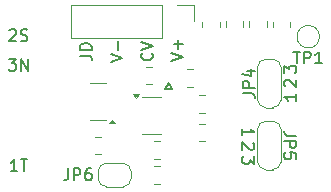
<source format=gbr>
%TF.GenerationSoftware,KiCad,Pcbnew,9.0.3*%
%TF.CreationDate,2025-07-19T03:53:28-07:00*%
%TF.ProjectId,flex-cv-in,666c6578-2d63-4762-9d69-6e2e6b696361,rev?*%
%TF.SameCoordinates,Original*%
%TF.FileFunction,Legend,Top*%
%TF.FilePolarity,Positive*%
%FSLAX46Y46*%
G04 Gerber Fmt 4.6, Leading zero omitted, Abs format (unit mm)*
G04 Created by KiCad (PCBNEW 9.0.3) date 2025-07-19 03:53:28*
%MOMM*%
%LPD*%
G01*
G04 APERTURE LIST*
%ADD10C,0.150000*%
%ADD11C,0.120000*%
G04 APERTURE END LIST*
D10*
X121500000Y-67750000D02*
X121200000Y-67250000D01*
X120900000Y-67750000D02*
X121500000Y-67750000D01*
X121200000Y-67250000D02*
X120900000Y-67750000D01*
X107689160Y-62765057D02*
X107736779Y-62717438D01*
X107736779Y-62717438D02*
X107832017Y-62669819D01*
X107832017Y-62669819D02*
X108070112Y-62669819D01*
X108070112Y-62669819D02*
X108165350Y-62717438D01*
X108165350Y-62717438D02*
X108212969Y-62765057D01*
X108212969Y-62765057D02*
X108260588Y-62860295D01*
X108260588Y-62860295D02*
X108260588Y-62955533D01*
X108260588Y-62955533D02*
X108212969Y-63098390D01*
X108212969Y-63098390D02*
X107641541Y-63669819D01*
X107641541Y-63669819D02*
X108260588Y-63669819D01*
X108641541Y-63622200D02*
X108784398Y-63669819D01*
X108784398Y-63669819D02*
X109022493Y-63669819D01*
X109022493Y-63669819D02*
X109117731Y-63622200D01*
X109117731Y-63622200D02*
X109165350Y-63574580D01*
X109165350Y-63574580D02*
X109212969Y-63479342D01*
X109212969Y-63479342D02*
X109212969Y-63384104D01*
X109212969Y-63384104D02*
X109165350Y-63288866D01*
X109165350Y-63288866D02*
X109117731Y-63241247D01*
X109117731Y-63241247D02*
X109022493Y-63193628D01*
X109022493Y-63193628D02*
X108832017Y-63146009D01*
X108832017Y-63146009D02*
X108736779Y-63098390D01*
X108736779Y-63098390D02*
X108689160Y-63050771D01*
X108689160Y-63050771D02*
X108641541Y-62955533D01*
X108641541Y-62955533D02*
X108641541Y-62860295D01*
X108641541Y-62860295D02*
X108689160Y-62765057D01*
X108689160Y-62765057D02*
X108736779Y-62717438D01*
X108736779Y-62717438D02*
X108832017Y-62669819D01*
X108832017Y-62669819D02*
X109070112Y-62669819D01*
X109070112Y-62669819D02*
X109212969Y-62717438D01*
X131969819Y-68139411D02*
X131969819Y-68710839D01*
X131969819Y-68425125D02*
X130969819Y-68425125D01*
X130969819Y-68425125D02*
X131112676Y-68520363D01*
X131112676Y-68520363D02*
X131207914Y-68615601D01*
X131207914Y-68615601D02*
X131255533Y-68710839D01*
X131065057Y-67510839D02*
X131017438Y-67463220D01*
X131017438Y-67463220D02*
X130969819Y-67367982D01*
X130969819Y-67367982D02*
X130969819Y-67129887D01*
X130969819Y-67129887D02*
X131017438Y-67034649D01*
X131017438Y-67034649D02*
X131065057Y-66987030D01*
X131065057Y-66987030D02*
X131160295Y-66939411D01*
X131160295Y-66939411D02*
X131255533Y-66939411D01*
X131255533Y-66939411D02*
X131398390Y-66987030D01*
X131398390Y-66987030D02*
X131969819Y-67558458D01*
X131969819Y-67558458D02*
X131969819Y-66939411D01*
X108360588Y-74669819D02*
X107789160Y-74669819D01*
X108074874Y-74669819D02*
X108074874Y-73669819D01*
X108074874Y-73669819D02*
X107979636Y-73812676D01*
X107979636Y-73812676D02*
X107884398Y-73907914D01*
X107884398Y-73907914D02*
X107789160Y-73955533D01*
X108646303Y-73669819D02*
X109217731Y-73669819D01*
X108932017Y-74669819D02*
X108932017Y-73669819D01*
X107641541Y-65169819D02*
X108260588Y-65169819D01*
X108260588Y-65169819D02*
X107927255Y-65550771D01*
X107927255Y-65550771D02*
X108070112Y-65550771D01*
X108070112Y-65550771D02*
X108165350Y-65598390D01*
X108165350Y-65598390D02*
X108212969Y-65646009D01*
X108212969Y-65646009D02*
X108260588Y-65741247D01*
X108260588Y-65741247D02*
X108260588Y-65979342D01*
X108260588Y-65979342D02*
X108212969Y-66074580D01*
X108212969Y-66074580D02*
X108165350Y-66122200D01*
X108165350Y-66122200D02*
X108070112Y-66169819D01*
X108070112Y-66169819D02*
X107784398Y-66169819D01*
X107784398Y-66169819D02*
X107689160Y-66122200D01*
X107689160Y-66122200D02*
X107641541Y-66074580D01*
X108689160Y-66169819D02*
X108689160Y-65169819D01*
X108689160Y-65169819D02*
X109260588Y-66169819D01*
X109260588Y-66169819D02*
X109260588Y-65169819D01*
X127430180Y-71660588D02*
X127430180Y-71089160D01*
X127430180Y-71374874D02*
X128430180Y-71374874D01*
X128430180Y-71374874D02*
X128287323Y-71279636D01*
X128287323Y-71279636D02*
X128192085Y-71184398D01*
X128192085Y-71184398D02*
X128144466Y-71089160D01*
X121374819Y-65338077D02*
X122374819Y-65004744D01*
X122374819Y-65004744D02*
X121374819Y-64671411D01*
X121993866Y-64338077D02*
X121993866Y-63576173D01*
X122374819Y-63957125D02*
X121612914Y-63957125D01*
X128334942Y-72289160D02*
X128382561Y-72336779D01*
X128382561Y-72336779D02*
X128430180Y-72432017D01*
X128430180Y-72432017D02*
X128430180Y-72670112D01*
X128430180Y-72670112D02*
X128382561Y-72765350D01*
X128382561Y-72765350D02*
X128334942Y-72812969D01*
X128334942Y-72812969D02*
X128239704Y-72860588D01*
X128239704Y-72860588D02*
X128144466Y-72860588D01*
X128144466Y-72860588D02*
X128001609Y-72812969D01*
X128001609Y-72812969D02*
X127430180Y-72241541D01*
X127430180Y-72241541D02*
X127430180Y-72860588D01*
X119759580Y-64691792D02*
X119807200Y-64739411D01*
X119807200Y-64739411D02*
X119854819Y-64882268D01*
X119854819Y-64882268D02*
X119854819Y-64977506D01*
X119854819Y-64977506D02*
X119807200Y-65120363D01*
X119807200Y-65120363D02*
X119711961Y-65215601D01*
X119711961Y-65215601D02*
X119616723Y-65263220D01*
X119616723Y-65263220D02*
X119426247Y-65310839D01*
X119426247Y-65310839D02*
X119283390Y-65310839D01*
X119283390Y-65310839D02*
X119092914Y-65263220D01*
X119092914Y-65263220D02*
X118997676Y-65215601D01*
X118997676Y-65215601D02*
X118902438Y-65120363D01*
X118902438Y-65120363D02*
X118854819Y-64977506D01*
X118854819Y-64977506D02*
X118854819Y-64882268D01*
X118854819Y-64882268D02*
X118902438Y-64739411D01*
X118902438Y-64739411D02*
X118950057Y-64691792D01*
X118854819Y-64406077D02*
X119854819Y-64072744D01*
X119854819Y-64072744D02*
X118854819Y-63739411D01*
X116254819Y-65406077D02*
X117254819Y-65072744D01*
X117254819Y-65072744D02*
X116254819Y-64739411D01*
X116873866Y-64406077D02*
X116873866Y-63644173D01*
X130969819Y-66358458D02*
X130969819Y-65739411D01*
X130969819Y-65739411D02*
X131350771Y-66072744D01*
X131350771Y-66072744D02*
X131350771Y-65929887D01*
X131350771Y-65929887D02*
X131398390Y-65834649D01*
X131398390Y-65834649D02*
X131446009Y-65787030D01*
X131446009Y-65787030D02*
X131541247Y-65739411D01*
X131541247Y-65739411D02*
X131779342Y-65739411D01*
X131779342Y-65739411D02*
X131874580Y-65787030D01*
X131874580Y-65787030D02*
X131922200Y-65834649D01*
X131922200Y-65834649D02*
X131969819Y-65929887D01*
X131969819Y-65929887D02*
X131969819Y-66215601D01*
X131969819Y-66215601D02*
X131922200Y-66310839D01*
X131922200Y-66310839D02*
X131874580Y-66358458D01*
X113654819Y-64909506D02*
X114369104Y-64909506D01*
X114369104Y-64909506D02*
X114511961Y-64957125D01*
X114511961Y-64957125D02*
X114607200Y-65052363D01*
X114607200Y-65052363D02*
X114654819Y-65195220D01*
X114654819Y-65195220D02*
X114654819Y-65290458D01*
X114654819Y-64433315D02*
X113654819Y-64433315D01*
X113654819Y-64433315D02*
X113654819Y-64195220D01*
X113654819Y-64195220D02*
X113702438Y-64052363D01*
X113702438Y-64052363D02*
X113797676Y-63957125D01*
X113797676Y-63957125D02*
X113892914Y-63909506D01*
X113892914Y-63909506D02*
X114083390Y-63861887D01*
X114083390Y-63861887D02*
X114226247Y-63861887D01*
X114226247Y-63861887D02*
X114416723Y-63909506D01*
X114416723Y-63909506D02*
X114511961Y-63957125D01*
X114511961Y-63957125D02*
X114607200Y-64052363D01*
X114607200Y-64052363D02*
X114654819Y-64195220D01*
X114654819Y-64195220D02*
X114654819Y-64433315D01*
X128430180Y-73441541D02*
X128430180Y-74060588D01*
X128430180Y-74060588D02*
X128049228Y-73727255D01*
X128049228Y-73727255D02*
X128049228Y-73870112D01*
X128049228Y-73870112D02*
X128001609Y-73965350D01*
X128001609Y-73965350D02*
X127953990Y-74012969D01*
X127953990Y-74012969D02*
X127858752Y-74060588D01*
X127858752Y-74060588D02*
X127620657Y-74060588D01*
X127620657Y-74060588D02*
X127525419Y-74012969D01*
X127525419Y-74012969D02*
X127477800Y-73965350D01*
X127477800Y-73965350D02*
X127430180Y-73870112D01*
X127430180Y-73870112D02*
X127430180Y-73584398D01*
X127430180Y-73584398D02*
X127477800Y-73489160D01*
X127477800Y-73489160D02*
X127525419Y-73441541D01*
X131738095Y-64554819D02*
X132309523Y-64554819D01*
X132023809Y-65554819D02*
X132023809Y-64554819D01*
X132642857Y-65554819D02*
X132642857Y-64554819D01*
X132642857Y-64554819D02*
X133023809Y-64554819D01*
X133023809Y-64554819D02*
X133119047Y-64602438D01*
X133119047Y-64602438D02*
X133166666Y-64650057D01*
X133166666Y-64650057D02*
X133214285Y-64745295D01*
X133214285Y-64745295D02*
X133214285Y-64888152D01*
X133214285Y-64888152D02*
X133166666Y-64983390D01*
X133166666Y-64983390D02*
X133119047Y-65031009D01*
X133119047Y-65031009D02*
X133023809Y-65078628D01*
X133023809Y-65078628D02*
X132642857Y-65078628D01*
X134166666Y-65554819D02*
X133595238Y-65554819D01*
X133880952Y-65554819D02*
X133880952Y-64554819D01*
X133880952Y-64554819D02*
X133785714Y-64697676D01*
X133785714Y-64697676D02*
X133690476Y-64792914D01*
X133690476Y-64792914D02*
X133595238Y-64840533D01*
X112666666Y-74454819D02*
X112666666Y-75169104D01*
X112666666Y-75169104D02*
X112619047Y-75311961D01*
X112619047Y-75311961D02*
X112523809Y-75407200D01*
X112523809Y-75407200D02*
X112380952Y-75454819D01*
X112380952Y-75454819D02*
X112285714Y-75454819D01*
X113142857Y-75454819D02*
X113142857Y-74454819D01*
X113142857Y-74454819D02*
X113523809Y-74454819D01*
X113523809Y-74454819D02*
X113619047Y-74502438D01*
X113619047Y-74502438D02*
X113666666Y-74550057D01*
X113666666Y-74550057D02*
X113714285Y-74645295D01*
X113714285Y-74645295D02*
X113714285Y-74788152D01*
X113714285Y-74788152D02*
X113666666Y-74883390D01*
X113666666Y-74883390D02*
X113619047Y-74931009D01*
X113619047Y-74931009D02*
X113523809Y-74978628D01*
X113523809Y-74978628D02*
X113142857Y-74978628D01*
X114571428Y-74454819D02*
X114380952Y-74454819D01*
X114380952Y-74454819D02*
X114285714Y-74502438D01*
X114285714Y-74502438D02*
X114238095Y-74550057D01*
X114238095Y-74550057D02*
X114142857Y-74692914D01*
X114142857Y-74692914D02*
X114095238Y-74883390D01*
X114095238Y-74883390D02*
X114095238Y-75264342D01*
X114095238Y-75264342D02*
X114142857Y-75359580D01*
X114142857Y-75359580D02*
X114190476Y-75407200D01*
X114190476Y-75407200D02*
X114285714Y-75454819D01*
X114285714Y-75454819D02*
X114476190Y-75454819D01*
X114476190Y-75454819D02*
X114571428Y-75407200D01*
X114571428Y-75407200D02*
X114619047Y-75359580D01*
X114619047Y-75359580D02*
X114666666Y-75264342D01*
X114666666Y-75264342D02*
X114666666Y-75026247D01*
X114666666Y-75026247D02*
X114619047Y-74931009D01*
X114619047Y-74931009D02*
X114571428Y-74883390D01*
X114571428Y-74883390D02*
X114476190Y-74835771D01*
X114476190Y-74835771D02*
X114285714Y-74835771D01*
X114285714Y-74835771D02*
X114190476Y-74883390D01*
X114190476Y-74883390D02*
X114142857Y-74931009D01*
X114142857Y-74931009D02*
X114095238Y-75026247D01*
X127454819Y-68083333D02*
X128169104Y-68083333D01*
X128169104Y-68083333D02*
X128311961Y-68130952D01*
X128311961Y-68130952D02*
X128407200Y-68226190D01*
X128407200Y-68226190D02*
X128454819Y-68369047D01*
X128454819Y-68369047D02*
X128454819Y-68464285D01*
X128454819Y-67607142D02*
X127454819Y-67607142D01*
X127454819Y-67607142D02*
X127454819Y-67226190D01*
X127454819Y-67226190D02*
X127502438Y-67130952D01*
X127502438Y-67130952D02*
X127550057Y-67083333D01*
X127550057Y-67083333D02*
X127645295Y-67035714D01*
X127645295Y-67035714D02*
X127788152Y-67035714D01*
X127788152Y-67035714D02*
X127883390Y-67083333D01*
X127883390Y-67083333D02*
X127931009Y-67130952D01*
X127931009Y-67130952D02*
X127978628Y-67226190D01*
X127978628Y-67226190D02*
X127978628Y-67607142D01*
X127788152Y-66178571D02*
X128454819Y-66178571D01*
X127407200Y-66416666D02*
X128121485Y-66654761D01*
X128121485Y-66654761D02*
X128121485Y-66035714D01*
X131945180Y-71666666D02*
X131230895Y-71666666D01*
X131230895Y-71666666D02*
X131088038Y-71619047D01*
X131088038Y-71619047D02*
X130992800Y-71523809D01*
X130992800Y-71523809D02*
X130945180Y-71380952D01*
X130945180Y-71380952D02*
X130945180Y-71285714D01*
X130945180Y-72142857D02*
X131945180Y-72142857D01*
X131945180Y-72142857D02*
X131945180Y-72523809D01*
X131945180Y-72523809D02*
X131897561Y-72619047D01*
X131897561Y-72619047D02*
X131849942Y-72666666D01*
X131849942Y-72666666D02*
X131754704Y-72714285D01*
X131754704Y-72714285D02*
X131611847Y-72714285D01*
X131611847Y-72714285D02*
X131516609Y-72666666D01*
X131516609Y-72666666D02*
X131468990Y-72619047D01*
X131468990Y-72619047D02*
X131421371Y-72523809D01*
X131421371Y-72523809D02*
X131421371Y-72142857D01*
X131945180Y-73619047D02*
X131945180Y-73142857D01*
X131945180Y-73142857D02*
X131468990Y-73095238D01*
X131468990Y-73095238D02*
X131516609Y-73142857D01*
X131516609Y-73142857D02*
X131564228Y-73238095D01*
X131564228Y-73238095D02*
X131564228Y-73476190D01*
X131564228Y-73476190D02*
X131516609Y-73571428D01*
X131516609Y-73571428D02*
X131468990Y-73619047D01*
X131468990Y-73619047D02*
X131373752Y-73666666D01*
X131373752Y-73666666D02*
X131135657Y-73666666D01*
X131135657Y-73666666D02*
X131040419Y-73619047D01*
X131040419Y-73619047D02*
X130992800Y-73571428D01*
X130992800Y-73571428D02*
X130945180Y-73476190D01*
X130945180Y-73476190D02*
X130945180Y-73238095D01*
X130945180Y-73238095D02*
X130992800Y-73142857D01*
X130992800Y-73142857D02*
X131040419Y-73095238D01*
D11*
%TO.C,TP1*%
X133950000Y-63300000D02*
G75*
G02*
X132050000Y-63300000I-950000J0D01*
G01*
X132050000Y-63300000D02*
G75*
G02*
X133950000Y-63300000I950000J0D01*
G01*
%TO.C,R4*%
X120427064Y-72165000D02*
X119972936Y-72165000D01*
X120427064Y-73635000D02*
X119972936Y-73635000D01*
%TO.C,C3*%
X123261253Y-66065000D02*
X122738747Y-66065000D01*
X123261253Y-67535000D02*
X122738747Y-67535000D01*
%TO.C,JP6*%
X115200000Y-75300000D02*
X115200000Y-74700000D01*
X115900000Y-74000000D02*
X117300000Y-74000000D01*
X117300000Y-76000000D02*
X115900000Y-76000000D01*
X118000000Y-74700000D02*
X118000000Y-75300000D01*
X115200000Y-74700000D02*
G75*
G02*
X115900000Y-74000000I700000J0D01*
G01*
X115900000Y-76000000D02*
G75*
G02*
X115200000Y-75300000I0J700000D01*
G01*
X117300000Y-74000000D02*
G75*
G02*
X118000000Y-74700000I1J-699999D01*
G01*
X118000000Y-75300000D02*
G75*
G02*
X117300000Y-76000000I-699999J-1D01*
G01*
%TO.C,J2*%
X112920000Y-60620000D02*
X112920000Y-63380000D01*
X120650000Y-60620000D02*
X112920000Y-60620000D01*
X120650000Y-60620000D02*
X120650000Y-63380000D01*
X120650000Y-63380000D02*
X112920000Y-63380000D01*
X121920000Y-60620000D02*
X123300000Y-60620000D01*
X123300000Y-60620000D02*
X123300000Y-62000000D01*
%TO.C,C1*%
X126015000Y-62511252D02*
X126015000Y-61988748D01*
X127485000Y-62511252D02*
X127485000Y-61988748D01*
%TO.C,R5*%
X124015000Y-62022936D02*
X124015000Y-62477064D01*
X125485000Y-62022936D02*
X125485000Y-62477064D01*
%TO.C,JP4*%
X128700000Y-68650000D02*
X128700000Y-65850000D01*
X129400000Y-65200000D02*
X130000000Y-65200000D01*
X130000000Y-69300000D02*
X129400000Y-69300000D01*
X130700000Y-65850000D02*
X130700000Y-68650000D01*
X128700000Y-65900000D02*
G75*
G02*
X129400000Y-65200000I700000J0D01*
G01*
X129400000Y-69300000D02*
G75*
G02*
X128700000Y-68600000I-1J699999D01*
G01*
X130000000Y-65200000D02*
G75*
G02*
X130700000Y-65900000I0J-700000D01*
G01*
X130700000Y-68600000D02*
G75*
G02*
X130000000Y-69300000I-699999J-1D01*
G01*
%TO.C,R2*%
X119972936Y-74265000D02*
X120427064Y-74265000D01*
X119972936Y-75735000D02*
X120427064Y-75735000D01*
%TO.C,U1*%
X119700000Y-68440000D02*
X118900000Y-68440000D01*
X119700000Y-68440000D02*
X120500000Y-68440000D01*
X119700000Y-71560000D02*
X118900000Y-71560000D01*
X119700000Y-71560000D02*
X120500000Y-71560000D01*
X118400000Y-68490000D02*
X118160000Y-68160000D01*
X118640000Y-68160000D01*
X118400000Y-68490000D01*
G36*
X118400000Y-68490000D02*
G01*
X118160000Y-68160000D01*
X118640000Y-68160000D01*
X118400000Y-68490000D01*
G37*
%TO.C,R6*%
X130015000Y-62477064D02*
X130015000Y-62022936D01*
X131485000Y-62477064D02*
X131485000Y-62022936D01*
%TO.C,C2*%
X124261252Y-68265000D02*
X123738748Y-68265000D01*
X124261252Y-69735000D02*
X123738748Y-69735000D01*
%TO.C,D1*%
X115200000Y-67240000D02*
X114550000Y-67240000D01*
X115200000Y-67240000D02*
X115850000Y-67240000D01*
X115200000Y-70360000D02*
X114550000Y-70360000D01*
X115200000Y-70360000D02*
X115850000Y-70360000D01*
X116602500Y-70640000D02*
X116122500Y-70640000D01*
X116362500Y-70310000D01*
X116602500Y-70640000D01*
G36*
X116602500Y-70640000D02*
G01*
X116122500Y-70640000D01*
X116362500Y-70310000D01*
X116602500Y-70640000D01*
G37*
%TO.C,R3*%
X119272936Y-65865000D02*
X119727064Y-65865000D01*
X119272936Y-67335000D02*
X119727064Y-67335000D01*
%TO.C,JP5*%
X128700000Y-73900000D02*
X128700000Y-71100000D01*
X129400000Y-70450000D02*
X130000000Y-70450000D01*
X130000000Y-74550000D02*
X129400000Y-74550000D01*
X130700000Y-71100000D02*
X130700000Y-73900000D01*
X128700000Y-71150000D02*
G75*
G02*
X129400000Y-70450000I699999J1D01*
G01*
X129400000Y-74550000D02*
G75*
G02*
X128700000Y-73850000I0J700000D01*
G01*
X130000000Y-70450000D02*
G75*
G02*
X130700000Y-71150000I1J-699999D01*
G01*
X130700000Y-73850000D02*
G75*
G02*
X130000000Y-74550000I-700000J0D01*
G01*
%TO.C,R1*%
X124227064Y-70665000D02*
X123772936Y-70665000D01*
X124227064Y-72135000D02*
X123772936Y-72135000D01*
%TO.C,C4*%
X128015000Y-62511252D02*
X128015000Y-61988748D01*
X129485000Y-62511252D02*
X129485000Y-61988748D01*
%TO.C,R7*%
X115427064Y-71765000D02*
X114972936Y-71765000D01*
X115427064Y-73235000D02*
X114972936Y-73235000D01*
%TD*%
%LPC*%
G36*
X116480406Y-74219594D02*
G01*
X116487347Y-74236353D01*
X116514131Y-74250000D01*
X116675013Y-74250000D01*
X116694595Y-74243637D01*
X116716110Y-74228004D01*
X116719594Y-74219594D01*
X116738415Y-74211798D01*
X116742206Y-74209044D01*
X116746834Y-74208311D01*
X116750000Y-74207000D01*
X117250000Y-74207000D01*
X117260328Y-74211278D01*
X117311002Y-74211278D01*
X117315263Y-74211278D01*
X117326392Y-74212743D01*
X117330508Y-74213845D01*
X117330509Y-74213846D01*
X117448356Y-74245422D01*
X117448358Y-74245423D01*
X117452471Y-74246525D01*
X117462842Y-74250821D01*
X117575881Y-74316084D01*
X117584787Y-74322917D01*
X117677083Y-74415213D01*
X117683916Y-74424119D01*
X117749179Y-74537158D01*
X117753475Y-74547529D01*
X117787257Y-74673608D01*
X117788722Y-74684737D01*
X117788722Y-74688997D01*
X117788722Y-74725544D01*
X117789123Y-74730636D01*
X117791688Y-74746832D01*
X117793000Y-74750000D01*
X117793000Y-75250000D01*
X117788722Y-75260328D01*
X117788722Y-75315263D01*
X117787257Y-75326392D01*
X117753475Y-75452471D01*
X117749179Y-75462842D01*
X117683916Y-75575881D01*
X117677083Y-75584787D01*
X117584787Y-75677083D01*
X117575881Y-75683916D01*
X117462842Y-75749179D01*
X117452471Y-75753475D01*
X117326392Y-75787257D01*
X117315263Y-75788722D01*
X117311002Y-75788722D01*
X117274456Y-75788722D01*
X117269364Y-75789123D01*
X117253167Y-75791688D01*
X117250000Y-75793000D01*
X117244883Y-75793000D01*
X116760296Y-75793000D01*
X116750000Y-75793000D01*
X116719594Y-75780406D01*
X116712652Y-75763646D01*
X116685869Y-75750000D01*
X116524987Y-75750000D01*
X116505405Y-75756363D01*
X116483889Y-75771994D01*
X116480406Y-75780406D01*
X116461579Y-75788203D01*
X116457793Y-75790955D01*
X116453168Y-75791687D01*
X116450000Y-75793000D01*
X116444883Y-75793000D01*
X115960295Y-75793000D01*
X115950000Y-75793000D01*
X115939672Y-75788722D01*
X115888998Y-75788722D01*
X115884737Y-75788722D01*
X115873608Y-75787257D01*
X115747529Y-75753475D01*
X115737158Y-75749179D01*
X115624119Y-75683916D01*
X115615213Y-75677083D01*
X115522917Y-75584787D01*
X115516084Y-75575881D01*
X115450821Y-75462842D01*
X115446525Y-75452471D01*
X115444600Y-75445289D01*
X115413846Y-75330509D01*
X115413845Y-75330508D01*
X115412743Y-75326392D01*
X115411278Y-75315263D01*
X115411278Y-75274455D01*
X115410877Y-75269363D01*
X115408312Y-75253168D01*
X115407000Y-75250000D01*
X115407000Y-74750000D01*
X115411278Y-74739671D01*
X115411278Y-74684737D01*
X115412743Y-74673608D01*
X115413846Y-74669490D01*
X115445422Y-74551643D01*
X115445423Y-74551638D01*
X115446525Y-74547529D01*
X115450821Y-74537158D01*
X115452950Y-74533470D01*
X115513953Y-74427809D01*
X115513955Y-74427805D01*
X115516084Y-74424119D01*
X115522917Y-74415213D01*
X115525928Y-74412201D01*
X115525932Y-74412197D01*
X115612197Y-74325932D01*
X115612201Y-74325928D01*
X115615213Y-74322917D01*
X115624119Y-74316084D01*
X115627805Y-74313955D01*
X115627809Y-74313953D01*
X115733470Y-74252950D01*
X115733471Y-74252949D01*
X115737158Y-74250821D01*
X115747529Y-74246525D01*
X115751638Y-74245423D01*
X115751643Y-74245422D01*
X115869490Y-74213846D01*
X115869492Y-74213845D01*
X115873608Y-74212743D01*
X115884737Y-74211278D01*
X115925544Y-74211278D01*
X115930636Y-74210877D01*
X115946832Y-74208311D01*
X115950000Y-74207000D01*
X116450000Y-74207000D01*
X116480406Y-74219594D01*
G37*
G36*
X126322013Y-73060758D02*
G01*
X126526693Y-73127262D01*
X126718450Y-73224967D01*
X126892561Y-73351466D01*
X127044740Y-73503645D01*
X127171239Y-73677756D01*
X127268944Y-73869513D01*
X127335448Y-74074193D01*
X127369115Y-74286756D01*
X127369115Y-74501970D01*
X127335448Y-74714533D01*
X127268944Y-74919213D01*
X127171239Y-75110970D01*
X127044740Y-75285081D01*
X126892561Y-75437260D01*
X126718450Y-75563759D01*
X126526693Y-75661464D01*
X126322013Y-75727968D01*
X126109450Y-75761635D01*
X125894236Y-75761635D01*
X125681673Y-75727968D01*
X125476993Y-75661464D01*
X125285236Y-75563759D01*
X125111125Y-75437260D01*
X124958946Y-75285081D01*
X124832447Y-75110970D01*
X124734742Y-74919213D01*
X124668238Y-74714533D01*
X124634571Y-74501970D01*
X124634571Y-74286756D01*
X124668238Y-74074193D01*
X124734742Y-73869513D01*
X124832447Y-73677756D01*
X124958946Y-73503645D01*
X125111125Y-73351466D01*
X125285236Y-73224967D01*
X125476993Y-73127262D01*
X125681673Y-73060758D01*
X125894236Y-73027091D01*
X126109450Y-73027091D01*
X126322013Y-73060758D01*
G37*
G36*
X119615938Y-74269650D02*
G01*
X119624871Y-74273594D01*
X119631300Y-74274531D01*
X119671498Y-74294182D01*
X119712759Y-74312401D01*
X119716578Y-74316220D01*
X119716829Y-74316343D01*
X119783656Y-74383170D01*
X119783778Y-74383420D01*
X119787599Y-74387241D01*
X119805822Y-74428512D01*
X119825468Y-74468699D01*
X119826404Y-74475126D01*
X119830350Y-74484062D01*
X119838000Y-74550000D01*
X119838000Y-75450000D01*
X119830350Y-75515938D01*
X119826404Y-75524874D01*
X119825468Y-75531300D01*
X119805826Y-75571477D01*
X119787599Y-75612759D01*
X119783777Y-75616580D01*
X119783656Y-75616829D01*
X119716829Y-75683656D01*
X119716580Y-75683777D01*
X119712759Y-75687599D01*
X119671477Y-75705826D01*
X119631300Y-75725468D01*
X119624874Y-75726404D01*
X119615938Y-75730350D01*
X119550000Y-75738000D01*
X119025000Y-75738000D01*
X118959062Y-75730350D01*
X118950126Y-75726404D01*
X118943699Y-75725468D01*
X118903512Y-75705822D01*
X118862241Y-75687599D01*
X118858420Y-75683778D01*
X118858170Y-75683656D01*
X118791343Y-75616829D01*
X118791220Y-75616578D01*
X118787401Y-75612759D01*
X118769182Y-75571498D01*
X118749531Y-75531300D01*
X118748594Y-75524871D01*
X118744650Y-75515938D01*
X118737000Y-75450000D01*
X118737000Y-74550000D01*
X118744650Y-74484062D01*
X118748594Y-74475129D01*
X118749531Y-74468699D01*
X118769186Y-74428491D01*
X118787401Y-74387241D01*
X118791219Y-74383422D01*
X118791343Y-74383170D01*
X118858170Y-74316343D01*
X118858422Y-74316219D01*
X118862241Y-74312401D01*
X118903491Y-74294186D01*
X118943699Y-74274531D01*
X118950129Y-74273594D01*
X118959062Y-74269650D01*
X119025000Y-74262000D01*
X119550000Y-74262000D01*
X119615938Y-74269650D01*
G37*
G36*
X121440938Y-74269650D02*
G01*
X121449871Y-74273594D01*
X121456300Y-74274531D01*
X121496498Y-74294182D01*
X121537759Y-74312401D01*
X121541578Y-74316220D01*
X121541829Y-74316343D01*
X121608656Y-74383170D01*
X121608778Y-74383420D01*
X121612599Y-74387241D01*
X121630822Y-74428512D01*
X121650468Y-74468699D01*
X121651404Y-74475126D01*
X121655350Y-74484062D01*
X121663000Y-74550000D01*
X121663000Y-75450000D01*
X121655350Y-75515938D01*
X121651404Y-75524874D01*
X121650468Y-75531300D01*
X121630826Y-75571477D01*
X121612599Y-75612759D01*
X121608777Y-75616580D01*
X121608656Y-75616829D01*
X121541829Y-75683656D01*
X121541580Y-75683777D01*
X121537759Y-75687599D01*
X121496477Y-75705826D01*
X121456300Y-75725468D01*
X121449874Y-75726404D01*
X121440938Y-75730350D01*
X121375000Y-75738000D01*
X120850000Y-75738000D01*
X120784062Y-75730350D01*
X120775126Y-75726404D01*
X120768699Y-75725468D01*
X120728512Y-75705822D01*
X120687241Y-75687599D01*
X120683420Y-75683778D01*
X120683170Y-75683656D01*
X120616343Y-75616829D01*
X120616220Y-75616578D01*
X120612401Y-75612759D01*
X120594182Y-75571498D01*
X120574531Y-75531300D01*
X120573594Y-75524871D01*
X120569650Y-75515938D01*
X120562000Y-75450000D01*
X120562000Y-74550000D01*
X120569650Y-74484062D01*
X120573594Y-74475129D01*
X120574531Y-74468699D01*
X120594186Y-74428491D01*
X120612401Y-74387241D01*
X120616219Y-74383422D01*
X120616343Y-74383170D01*
X120683170Y-74316343D01*
X120683422Y-74316219D01*
X120687241Y-74312401D01*
X120728491Y-74294186D01*
X120768699Y-74274531D01*
X120775129Y-74273594D01*
X120784062Y-74269650D01*
X120850000Y-74262000D01*
X121375000Y-74262000D01*
X121440938Y-74269650D01*
G37*
G36*
X111291214Y-73246997D02*
G01*
X111472905Y-73322257D01*
X111636423Y-73431516D01*
X111775484Y-73570577D01*
X111884743Y-73734095D01*
X111960003Y-73915786D01*
X111998369Y-74108669D01*
X111998369Y-74305331D01*
X111960003Y-74498214D01*
X111884743Y-74679905D01*
X111775484Y-74843423D01*
X111636423Y-74982484D01*
X111472905Y-75091743D01*
X111291214Y-75167003D01*
X111098331Y-75205369D01*
X110901669Y-75205369D01*
X110708786Y-75167003D01*
X110527095Y-75091743D01*
X110363577Y-74982484D01*
X110224516Y-74843423D01*
X110115257Y-74679905D01*
X110039997Y-74498214D01*
X110001631Y-74305331D01*
X110001631Y-74108669D01*
X110039997Y-73915786D01*
X110115257Y-73734095D01*
X110224516Y-73570577D01*
X110363577Y-73431516D01*
X110527095Y-73322257D01*
X110708786Y-73246997D01*
X110901669Y-73208631D01*
X111098331Y-73208631D01*
X111291214Y-73246997D01*
G37*
G36*
X129960328Y-70661278D02*
G01*
X130011002Y-70661278D01*
X130015263Y-70661278D01*
X130026392Y-70662743D01*
X130030508Y-70663845D01*
X130030509Y-70663846D01*
X130148356Y-70695422D01*
X130148358Y-70695423D01*
X130152471Y-70696525D01*
X130162842Y-70700821D01*
X130275881Y-70766084D01*
X130284787Y-70772917D01*
X130377083Y-70865213D01*
X130383916Y-70874119D01*
X130449179Y-70987158D01*
X130453475Y-70997529D01*
X130487257Y-71123608D01*
X130488722Y-71134737D01*
X130488722Y-71138997D01*
X130488722Y-71175544D01*
X130489123Y-71180636D01*
X130491688Y-71196832D01*
X130493000Y-71200000D01*
X130493000Y-71750000D01*
X130480406Y-71780406D01*
X130463646Y-71787347D01*
X130450000Y-71814130D01*
X130450000Y-71938215D01*
X130464225Y-71964829D01*
X130464542Y-71964893D01*
X130476870Y-71973130D01*
X130485107Y-71985458D01*
X130488000Y-72000000D01*
X130488000Y-73000000D01*
X130485107Y-73014542D01*
X130476870Y-73026870D01*
X130464542Y-73035107D01*
X130464224Y-73035170D01*
X130450000Y-73061782D01*
X130450000Y-73175012D01*
X130456363Y-73194594D01*
X130471995Y-73216110D01*
X130480406Y-73219594D01*
X130488203Y-73238418D01*
X130490954Y-73242205D01*
X130491686Y-73246829D01*
X130493000Y-73250000D01*
X130493000Y-73800000D01*
X130488722Y-73810328D01*
X130488722Y-73865263D01*
X130487257Y-73876392D01*
X130453475Y-74002471D01*
X130449179Y-74012842D01*
X130383916Y-74125881D01*
X130377083Y-74134787D01*
X130284787Y-74227083D01*
X130275881Y-74233916D01*
X130162842Y-74299179D01*
X130152471Y-74303475D01*
X130026392Y-74337257D01*
X130015263Y-74338722D01*
X130011002Y-74338722D01*
X129974456Y-74338722D01*
X129969364Y-74339123D01*
X129953167Y-74341688D01*
X129950000Y-74343000D01*
X129944883Y-74343000D01*
X129460295Y-74343000D01*
X129450000Y-74343000D01*
X129439672Y-74338722D01*
X129388998Y-74338722D01*
X129384737Y-74338722D01*
X129373608Y-74337257D01*
X129247529Y-74303475D01*
X129237158Y-74299179D01*
X129124119Y-74233916D01*
X129115213Y-74227083D01*
X129022917Y-74134787D01*
X129016084Y-74125881D01*
X128950821Y-74012842D01*
X128946525Y-74002471D01*
X128912743Y-73876392D01*
X128911278Y-73865263D01*
X128911278Y-73824455D01*
X128910877Y-73819363D01*
X128908312Y-73803168D01*
X128907000Y-73800000D01*
X128907000Y-73250000D01*
X128919594Y-73219594D01*
X128936353Y-73212652D01*
X128950000Y-73185869D01*
X128950000Y-73061782D01*
X128935775Y-73035170D01*
X128935458Y-73035107D01*
X128923130Y-73026870D01*
X128914893Y-73014542D01*
X128912000Y-73000000D01*
X128912000Y-72000000D01*
X128914893Y-71985458D01*
X128923130Y-71973130D01*
X128935458Y-71964893D01*
X128935774Y-71964829D01*
X128950000Y-71938215D01*
X128950000Y-71824987D01*
X128943637Y-71805405D01*
X128928004Y-71783889D01*
X128919594Y-71780406D01*
X128911797Y-71761582D01*
X128909044Y-71757793D01*
X128908311Y-71753166D01*
X128907000Y-71750000D01*
X128907000Y-71200000D01*
X128911278Y-71189671D01*
X128911278Y-71134737D01*
X128912743Y-71123608D01*
X128913846Y-71119490D01*
X128945422Y-71001643D01*
X128945423Y-71001638D01*
X128946525Y-70997529D01*
X128950821Y-70987158D01*
X128952950Y-70983470D01*
X129013953Y-70877809D01*
X129013955Y-70877805D01*
X129016084Y-70874119D01*
X129022917Y-70865213D01*
X129025928Y-70862201D01*
X129025932Y-70862197D01*
X129112197Y-70775932D01*
X129112201Y-70775928D01*
X129115213Y-70772917D01*
X129124119Y-70766084D01*
X129127805Y-70763955D01*
X129127809Y-70763953D01*
X129233470Y-70702950D01*
X129233471Y-70702949D01*
X129237158Y-70700821D01*
X129247529Y-70696525D01*
X129251638Y-70695423D01*
X129251643Y-70695422D01*
X129369490Y-70663846D01*
X129369492Y-70663845D01*
X129373608Y-70662743D01*
X129384737Y-70661278D01*
X129425544Y-70661278D01*
X129430636Y-70660877D01*
X129446832Y-70658311D01*
X129450000Y-70657000D01*
X129950000Y-70657000D01*
X129960328Y-70661278D01*
G37*
G36*
X119615938Y-72169650D02*
G01*
X119624871Y-72173594D01*
X119631300Y-72174531D01*
X119671498Y-72194182D01*
X119712759Y-72212401D01*
X119716578Y-72216220D01*
X119716829Y-72216343D01*
X119783656Y-72283170D01*
X119783778Y-72283420D01*
X119787599Y-72287241D01*
X119805822Y-72328512D01*
X119825468Y-72368699D01*
X119826404Y-72375126D01*
X119830350Y-72384062D01*
X119838000Y-72450000D01*
X119838000Y-73350000D01*
X119830350Y-73415938D01*
X119826404Y-73424874D01*
X119825468Y-73431300D01*
X119805826Y-73471477D01*
X119787599Y-73512759D01*
X119783777Y-73516580D01*
X119783656Y-73516829D01*
X119716829Y-73583656D01*
X119716580Y-73583777D01*
X119712759Y-73587599D01*
X119671477Y-73605826D01*
X119631300Y-73625468D01*
X119624874Y-73626404D01*
X119615938Y-73630350D01*
X119550000Y-73638000D01*
X119025000Y-73638000D01*
X118959062Y-73630350D01*
X118950126Y-73626404D01*
X118943699Y-73625468D01*
X118903512Y-73605822D01*
X118862241Y-73587599D01*
X118858420Y-73583778D01*
X118858170Y-73583656D01*
X118791343Y-73516829D01*
X118791220Y-73516578D01*
X118787401Y-73512759D01*
X118769182Y-73471498D01*
X118749531Y-73431300D01*
X118748594Y-73424871D01*
X118744650Y-73415938D01*
X118737000Y-73350000D01*
X118737000Y-72450000D01*
X118744650Y-72384062D01*
X118748594Y-72375129D01*
X118749531Y-72368699D01*
X118769186Y-72328491D01*
X118787401Y-72287241D01*
X118791219Y-72283422D01*
X118791343Y-72283170D01*
X118858170Y-72216343D01*
X118858422Y-72216219D01*
X118862241Y-72212401D01*
X118903491Y-72194186D01*
X118943699Y-72174531D01*
X118950129Y-72173594D01*
X118959062Y-72169650D01*
X119025000Y-72162000D01*
X119550000Y-72162000D01*
X119615938Y-72169650D01*
G37*
G36*
X121440938Y-72169650D02*
G01*
X121449871Y-72173594D01*
X121456300Y-72174531D01*
X121496498Y-72194182D01*
X121537759Y-72212401D01*
X121541578Y-72216220D01*
X121541829Y-72216343D01*
X121608656Y-72283170D01*
X121608778Y-72283420D01*
X121612599Y-72287241D01*
X121630822Y-72328512D01*
X121650468Y-72368699D01*
X121651404Y-72375126D01*
X121655350Y-72384062D01*
X121663000Y-72450000D01*
X121663000Y-73350000D01*
X121655350Y-73415938D01*
X121651404Y-73424874D01*
X121650468Y-73431300D01*
X121630826Y-73471477D01*
X121612599Y-73512759D01*
X121608777Y-73516580D01*
X121608656Y-73516829D01*
X121541829Y-73583656D01*
X121541580Y-73583777D01*
X121537759Y-73587599D01*
X121496477Y-73605826D01*
X121456300Y-73625468D01*
X121449874Y-73626404D01*
X121440938Y-73630350D01*
X121375000Y-73638000D01*
X120850000Y-73638000D01*
X120784062Y-73630350D01*
X120775126Y-73626404D01*
X120768699Y-73625468D01*
X120728512Y-73605822D01*
X120687241Y-73587599D01*
X120683420Y-73583778D01*
X120683170Y-73583656D01*
X120616343Y-73516829D01*
X120616220Y-73516578D01*
X120612401Y-73512759D01*
X120594182Y-73471498D01*
X120574531Y-73431300D01*
X120573594Y-73424871D01*
X120569650Y-73415938D01*
X120562000Y-73350000D01*
X120562000Y-72450000D01*
X120569650Y-72384062D01*
X120573594Y-72375129D01*
X120574531Y-72368699D01*
X120594186Y-72328491D01*
X120612401Y-72287241D01*
X120616219Y-72283422D01*
X120616343Y-72283170D01*
X120683170Y-72216343D01*
X120683422Y-72216219D01*
X120687241Y-72212401D01*
X120728491Y-72194186D01*
X120768699Y-72174531D01*
X120775129Y-72173594D01*
X120784062Y-72169650D01*
X120850000Y-72162000D01*
X121375000Y-72162000D01*
X121440938Y-72169650D01*
G37*
G36*
X133285024Y-71640926D02*
G01*
X133455215Y-71711422D01*
X133608382Y-71813765D01*
X133738641Y-71944024D01*
X133840984Y-72097191D01*
X133911480Y-72267382D01*
X133947418Y-72448056D01*
X133947418Y-72632270D01*
X133911480Y-72812944D01*
X133840984Y-72983135D01*
X133738641Y-73136302D01*
X133608382Y-73266561D01*
X133455215Y-73368904D01*
X133285024Y-73439400D01*
X133104350Y-73475338D01*
X132920136Y-73475338D01*
X132739462Y-73439400D01*
X132569271Y-73368904D01*
X132416104Y-73266561D01*
X132285845Y-73136302D01*
X132183502Y-72983135D01*
X132113006Y-72812944D01*
X132077068Y-72632270D01*
X132077068Y-72448056D01*
X132113006Y-72267382D01*
X132183502Y-72097191D01*
X132285845Y-71944024D01*
X132416104Y-71813765D01*
X132569271Y-71711422D01*
X132739462Y-71640926D01*
X132920136Y-71604988D01*
X133104350Y-71604988D01*
X133285024Y-71640926D01*
G37*
G36*
X114615938Y-71769650D02*
G01*
X114624871Y-71773594D01*
X114631300Y-71774531D01*
X114671498Y-71794182D01*
X114712759Y-71812401D01*
X114716578Y-71816220D01*
X114716829Y-71816343D01*
X114783656Y-71883170D01*
X114783778Y-71883420D01*
X114787599Y-71887241D01*
X114805822Y-71928512D01*
X114825468Y-71968699D01*
X114826404Y-71975126D01*
X114830350Y-71984062D01*
X114838000Y-72050000D01*
X114838000Y-72950000D01*
X114830350Y-73015938D01*
X114826404Y-73024874D01*
X114825468Y-73031300D01*
X114805826Y-73071477D01*
X114787599Y-73112759D01*
X114783777Y-73116580D01*
X114783656Y-73116829D01*
X114716829Y-73183656D01*
X114716580Y-73183777D01*
X114712759Y-73187599D01*
X114671477Y-73205826D01*
X114631300Y-73225468D01*
X114624874Y-73226404D01*
X114615938Y-73230350D01*
X114550000Y-73238000D01*
X114025000Y-73238000D01*
X113959062Y-73230350D01*
X113950126Y-73226404D01*
X113943699Y-73225468D01*
X113903512Y-73205822D01*
X113862241Y-73187599D01*
X113858420Y-73183778D01*
X113858170Y-73183656D01*
X113791343Y-73116829D01*
X113791220Y-73116578D01*
X113787401Y-73112759D01*
X113769182Y-73071498D01*
X113749531Y-73031300D01*
X113748594Y-73024871D01*
X113744650Y-73015938D01*
X113737000Y-72950000D01*
X113737000Y-72050000D01*
X113744650Y-71984062D01*
X113748594Y-71975129D01*
X113749531Y-71968699D01*
X113769186Y-71928491D01*
X113787401Y-71887241D01*
X113791219Y-71883422D01*
X113791343Y-71883170D01*
X113858170Y-71816343D01*
X113858422Y-71816219D01*
X113862241Y-71812401D01*
X113903491Y-71794186D01*
X113943699Y-71774531D01*
X113950129Y-71773594D01*
X113959062Y-71769650D01*
X114025000Y-71762000D01*
X114550000Y-71762000D01*
X114615938Y-71769650D01*
G37*
G36*
X116440938Y-71769650D02*
G01*
X116449871Y-71773594D01*
X116456300Y-71774531D01*
X116496498Y-71794182D01*
X116537759Y-71812401D01*
X116541578Y-71816220D01*
X116541829Y-71816343D01*
X116608656Y-71883170D01*
X116608778Y-71883420D01*
X116612599Y-71887241D01*
X116630822Y-71928512D01*
X116650468Y-71968699D01*
X116651404Y-71975126D01*
X116655350Y-71984062D01*
X116663000Y-72050000D01*
X116663000Y-72950000D01*
X116655350Y-73015938D01*
X116651404Y-73024874D01*
X116650468Y-73031300D01*
X116630826Y-73071477D01*
X116612599Y-73112759D01*
X116608777Y-73116580D01*
X116608656Y-73116829D01*
X116541829Y-73183656D01*
X116541580Y-73183777D01*
X116537759Y-73187599D01*
X116496477Y-73205826D01*
X116456300Y-73225468D01*
X116449874Y-73226404D01*
X116440938Y-73230350D01*
X116375000Y-73238000D01*
X115850000Y-73238000D01*
X115784062Y-73230350D01*
X115775126Y-73226404D01*
X115768699Y-73225468D01*
X115728512Y-73205822D01*
X115687241Y-73187599D01*
X115683420Y-73183778D01*
X115683170Y-73183656D01*
X115616343Y-73116829D01*
X115616220Y-73116578D01*
X115612401Y-73112759D01*
X115594182Y-73071498D01*
X115574531Y-73031300D01*
X115573594Y-73024871D01*
X115569650Y-73015938D01*
X115562000Y-72950000D01*
X115562000Y-72050000D01*
X115569650Y-71984062D01*
X115573594Y-71975129D01*
X115574531Y-71968699D01*
X115594186Y-71928491D01*
X115612401Y-71887241D01*
X115616219Y-71883422D01*
X115616343Y-71883170D01*
X115683170Y-71816343D01*
X115683422Y-71816219D01*
X115687241Y-71812401D01*
X115728491Y-71794186D01*
X115768699Y-71774531D01*
X115775129Y-71773594D01*
X115784062Y-71769650D01*
X115850000Y-71762000D01*
X116375000Y-71762000D01*
X116440938Y-71769650D01*
G37*
G36*
X123415938Y-70669650D02*
G01*
X123424871Y-70673594D01*
X123431300Y-70674531D01*
X123471498Y-70694182D01*
X123512759Y-70712401D01*
X123516578Y-70716220D01*
X123516829Y-70716343D01*
X123583656Y-70783170D01*
X123583778Y-70783420D01*
X123587599Y-70787241D01*
X123605822Y-70828512D01*
X123625468Y-70868699D01*
X123626404Y-70875126D01*
X123630350Y-70884062D01*
X123638000Y-70950000D01*
X123638000Y-71850000D01*
X123630350Y-71915938D01*
X123626404Y-71924874D01*
X123625468Y-71931300D01*
X123605826Y-71971477D01*
X123587599Y-72012759D01*
X123583777Y-72016580D01*
X123583656Y-72016829D01*
X123516829Y-72083656D01*
X123516580Y-72083777D01*
X123512759Y-72087599D01*
X123471477Y-72105826D01*
X123431300Y-72125468D01*
X123424874Y-72126404D01*
X123415938Y-72130350D01*
X123350000Y-72138000D01*
X122825000Y-72138000D01*
X122759062Y-72130350D01*
X122750126Y-72126404D01*
X122743699Y-72125468D01*
X122703512Y-72105822D01*
X122662241Y-72087599D01*
X122658420Y-72083778D01*
X122658170Y-72083656D01*
X122591343Y-72016829D01*
X122591220Y-72016578D01*
X122587401Y-72012759D01*
X122569182Y-71971498D01*
X122549531Y-71931300D01*
X122548594Y-71924871D01*
X122544650Y-71915938D01*
X122537000Y-71850000D01*
X122537000Y-70950000D01*
X122544650Y-70884062D01*
X122548594Y-70875129D01*
X122549531Y-70868699D01*
X122569186Y-70828491D01*
X122587401Y-70787241D01*
X122591219Y-70783422D01*
X122591343Y-70783170D01*
X122658170Y-70716343D01*
X122658422Y-70716219D01*
X122662241Y-70712401D01*
X122703491Y-70694186D01*
X122743699Y-70674531D01*
X122750129Y-70673594D01*
X122759062Y-70669650D01*
X122825000Y-70662000D01*
X123350000Y-70662000D01*
X123415938Y-70669650D01*
G37*
G36*
X125240938Y-70669650D02*
G01*
X125249871Y-70673594D01*
X125256300Y-70674531D01*
X125296498Y-70694182D01*
X125337759Y-70712401D01*
X125341578Y-70716220D01*
X125341829Y-70716343D01*
X125408656Y-70783170D01*
X125408778Y-70783420D01*
X125412599Y-70787241D01*
X125430822Y-70828512D01*
X125450468Y-70868699D01*
X125451404Y-70875126D01*
X125455350Y-70884062D01*
X125463000Y-70950000D01*
X125463000Y-71850000D01*
X125455350Y-71915938D01*
X125451404Y-71924874D01*
X125450468Y-71931300D01*
X125430826Y-71971477D01*
X125412599Y-72012759D01*
X125408777Y-72016580D01*
X125408656Y-72016829D01*
X125341829Y-72083656D01*
X125341580Y-72083777D01*
X125337759Y-72087599D01*
X125296477Y-72105826D01*
X125256300Y-72125468D01*
X125249874Y-72126404D01*
X125240938Y-72130350D01*
X125175000Y-72138000D01*
X124650000Y-72138000D01*
X124584062Y-72130350D01*
X124575126Y-72126404D01*
X124568699Y-72125468D01*
X124528512Y-72105822D01*
X124487241Y-72087599D01*
X124483420Y-72083778D01*
X124483170Y-72083656D01*
X124416343Y-72016829D01*
X124416220Y-72016578D01*
X124412401Y-72012759D01*
X124394182Y-71971498D01*
X124374531Y-71931300D01*
X124373594Y-71924871D01*
X124369650Y-71915938D01*
X124362000Y-71850000D01*
X124362000Y-70950000D01*
X124369650Y-70884062D01*
X124373594Y-70875129D01*
X124374531Y-70868699D01*
X124394186Y-70828491D01*
X124412401Y-70787241D01*
X124416219Y-70783422D01*
X124416343Y-70783170D01*
X124483170Y-70716343D01*
X124483422Y-70716219D01*
X124487241Y-70712401D01*
X124528491Y-70694186D01*
X124568699Y-70674531D01*
X124575129Y-70673594D01*
X124584062Y-70669650D01*
X124650000Y-70662000D01*
X125175000Y-70662000D01*
X125240938Y-70669650D01*
G37*
G36*
X119146944Y-70626311D02*
G01*
X119207936Y-70667064D01*
X119248689Y-70728056D01*
X119263000Y-70800000D01*
X119263000Y-71100000D01*
X119248689Y-71171944D01*
X119207936Y-71232936D01*
X119146944Y-71273689D01*
X119075000Y-71288000D01*
X118050000Y-71288000D01*
X117978056Y-71273689D01*
X117917064Y-71232936D01*
X117876311Y-71171944D01*
X117862000Y-71100000D01*
X117862000Y-70800000D01*
X117876311Y-70728056D01*
X117917064Y-70667064D01*
X117978056Y-70626311D01*
X118050000Y-70612000D01*
X119075000Y-70612000D01*
X119146944Y-70626311D01*
G37*
G36*
X121421944Y-70626311D02*
G01*
X121482936Y-70667064D01*
X121523689Y-70728056D01*
X121538000Y-70800000D01*
X121538000Y-71100000D01*
X121523689Y-71171944D01*
X121482936Y-71232936D01*
X121421944Y-71273689D01*
X121350000Y-71288000D01*
X120325000Y-71288000D01*
X120253056Y-71273689D01*
X120192064Y-71232936D01*
X120151311Y-71171944D01*
X120137000Y-71100000D01*
X120137000Y-70800000D01*
X120151311Y-70728056D01*
X120192064Y-70667064D01*
X120253056Y-70626311D01*
X120325000Y-70612000D01*
X121350000Y-70612000D01*
X121421944Y-70626311D01*
G37*
G36*
X133285024Y-69100926D02*
G01*
X133455215Y-69171422D01*
X133608382Y-69273765D01*
X133738641Y-69404024D01*
X133840984Y-69557191D01*
X133911480Y-69727382D01*
X133947418Y-69908056D01*
X133947418Y-70092270D01*
X133911480Y-70272944D01*
X133840984Y-70443135D01*
X133738641Y-70596302D01*
X133608382Y-70726561D01*
X133455215Y-70828904D01*
X133285024Y-70899400D01*
X133104350Y-70935338D01*
X132920136Y-70935338D01*
X132739462Y-70899400D01*
X132569271Y-70828904D01*
X132416104Y-70726561D01*
X132285845Y-70596302D01*
X132183502Y-70443135D01*
X132113006Y-70272944D01*
X132077068Y-70092270D01*
X132077068Y-69908056D01*
X132113006Y-69727382D01*
X132183502Y-69557191D01*
X132285845Y-69404024D01*
X132416104Y-69273765D01*
X132569271Y-69171422D01*
X132739462Y-69100926D01*
X132920136Y-69064988D01*
X133104350Y-69064988D01*
X133285024Y-69100926D01*
G37*
G36*
X119146944Y-69676311D02*
G01*
X119207936Y-69717064D01*
X119248689Y-69778056D01*
X119263000Y-69850000D01*
X119263000Y-70150000D01*
X119248689Y-70221944D01*
X119207936Y-70282936D01*
X119146944Y-70323689D01*
X119075000Y-70338000D01*
X118050000Y-70338000D01*
X117978056Y-70323689D01*
X117917064Y-70282936D01*
X117876311Y-70221944D01*
X117862000Y-70150000D01*
X117862000Y-69850000D01*
X117876311Y-69778056D01*
X117917064Y-69717064D01*
X117978056Y-69676311D01*
X118050000Y-69662000D01*
X119075000Y-69662000D01*
X119146944Y-69676311D01*
G37*
G36*
X116796944Y-69426311D02*
G01*
X116857936Y-69467064D01*
X116898689Y-69528056D01*
X116913000Y-69600000D01*
X116913000Y-69900000D01*
X116898689Y-69971944D01*
X116857936Y-70032936D01*
X116796944Y-70073689D01*
X116725000Y-70088000D01*
X115550000Y-70088000D01*
X115478056Y-70073689D01*
X115417064Y-70032936D01*
X115376311Y-69971944D01*
X115362000Y-69900000D01*
X115362000Y-69600000D01*
X115376311Y-69528056D01*
X115417064Y-69467064D01*
X115478056Y-69426311D01*
X115550000Y-69412000D01*
X116725000Y-69412000D01*
X116796944Y-69426311D01*
G37*
G36*
X123365938Y-68244650D02*
G01*
X123374871Y-68248594D01*
X123381300Y-68249531D01*
X123421498Y-68269182D01*
X123462759Y-68287401D01*
X123466578Y-68291220D01*
X123466829Y-68291343D01*
X123533656Y-68358170D01*
X123533778Y-68358420D01*
X123537599Y-68362241D01*
X123555822Y-68403512D01*
X123575468Y-68443699D01*
X123576404Y-68450126D01*
X123580350Y-68459062D01*
X123588000Y-68525000D01*
X123588000Y-69475000D01*
X123580350Y-69540938D01*
X123576404Y-69549874D01*
X123575468Y-69556300D01*
X123555826Y-69596477D01*
X123537599Y-69637759D01*
X123533777Y-69641580D01*
X123533656Y-69641829D01*
X123466829Y-69708656D01*
X123466580Y-69708777D01*
X123462759Y-69712599D01*
X123421477Y-69730826D01*
X123381300Y-69750468D01*
X123374874Y-69751404D01*
X123365938Y-69755350D01*
X123300000Y-69763000D01*
X122800000Y-69763000D01*
X122734062Y-69755350D01*
X122725126Y-69751404D01*
X122718699Y-69750468D01*
X122678512Y-69730822D01*
X122637241Y-69712599D01*
X122633420Y-69708778D01*
X122633170Y-69708656D01*
X122566343Y-69641829D01*
X122566220Y-69641578D01*
X122562401Y-69637759D01*
X122544182Y-69596498D01*
X122524531Y-69556300D01*
X122523594Y-69549871D01*
X122519650Y-69540938D01*
X122512000Y-69475000D01*
X122512000Y-68525000D01*
X122519650Y-68459062D01*
X122523594Y-68450129D01*
X122524531Y-68443699D01*
X122544186Y-68403491D01*
X122562401Y-68362241D01*
X122566219Y-68358422D01*
X122566343Y-68358170D01*
X122633170Y-68291343D01*
X122633422Y-68291219D01*
X122637241Y-68287401D01*
X122678491Y-68269186D01*
X122718699Y-68249531D01*
X122725129Y-68248594D01*
X122734062Y-68244650D01*
X122800000Y-68237000D01*
X123300000Y-68237000D01*
X123365938Y-68244650D01*
G37*
G36*
X125265938Y-68244650D02*
G01*
X125274871Y-68248594D01*
X125281300Y-68249531D01*
X125321498Y-68269182D01*
X125362759Y-68287401D01*
X125366578Y-68291220D01*
X125366829Y-68291343D01*
X125433656Y-68358170D01*
X125433778Y-68358420D01*
X125437599Y-68362241D01*
X125455822Y-68403512D01*
X125475468Y-68443699D01*
X125476404Y-68450126D01*
X125480350Y-68459062D01*
X125488000Y-68525000D01*
X125488000Y-69475000D01*
X125480350Y-69540938D01*
X125476404Y-69549874D01*
X125475468Y-69556300D01*
X125455826Y-69596477D01*
X125437599Y-69637759D01*
X125433777Y-69641580D01*
X125433656Y-69641829D01*
X125366829Y-69708656D01*
X125366580Y-69708777D01*
X125362759Y-69712599D01*
X125321477Y-69730826D01*
X125281300Y-69750468D01*
X125274874Y-69751404D01*
X125265938Y-69755350D01*
X125200000Y-69763000D01*
X124700000Y-69763000D01*
X124634062Y-69755350D01*
X124625126Y-69751404D01*
X124618699Y-69750468D01*
X124578512Y-69730822D01*
X124537241Y-69712599D01*
X124533420Y-69708778D01*
X124533170Y-69708656D01*
X124466343Y-69641829D01*
X124466220Y-69641578D01*
X124462401Y-69637759D01*
X124444182Y-69596498D01*
X124424531Y-69556300D01*
X124423594Y-69549871D01*
X124419650Y-69540938D01*
X124412000Y-69475000D01*
X124412000Y-68525000D01*
X124419650Y-68459062D01*
X124423594Y-68450129D01*
X124424531Y-68443699D01*
X124444186Y-68403491D01*
X124462401Y-68362241D01*
X124466219Y-68358422D01*
X124466343Y-68358170D01*
X124533170Y-68291343D01*
X124533422Y-68291219D01*
X124537241Y-68287401D01*
X124578491Y-68269186D01*
X124618699Y-68249531D01*
X124625129Y-68248594D01*
X124634062Y-68244650D01*
X124700000Y-68237000D01*
X125200000Y-68237000D01*
X125265938Y-68244650D01*
G37*
G36*
X119146944Y-68726311D02*
G01*
X119207936Y-68767064D01*
X119248689Y-68828056D01*
X119263000Y-68900000D01*
X119263000Y-69200000D01*
X119248689Y-69271944D01*
X119207936Y-69332936D01*
X119146944Y-69373689D01*
X119075000Y-69388000D01*
X118050000Y-69388000D01*
X117978056Y-69373689D01*
X117917064Y-69332936D01*
X117876311Y-69271944D01*
X117862000Y-69200000D01*
X117862000Y-68900000D01*
X117876311Y-68828056D01*
X117917064Y-68767064D01*
X117978056Y-68726311D01*
X118050000Y-68712000D01*
X119075000Y-68712000D01*
X119146944Y-68726311D01*
G37*
G36*
X121421944Y-68726311D02*
G01*
X121482936Y-68767064D01*
X121523689Y-68828056D01*
X121538000Y-68900000D01*
X121538000Y-69200000D01*
X121523689Y-69271944D01*
X121482936Y-69332936D01*
X121421944Y-69373689D01*
X121350000Y-69388000D01*
X120325000Y-69388000D01*
X120253056Y-69373689D01*
X120192064Y-69332936D01*
X120151311Y-69271944D01*
X120137000Y-69200000D01*
X120137000Y-68900000D01*
X120151311Y-68828056D01*
X120192064Y-68767064D01*
X120253056Y-68726311D01*
X120325000Y-68712000D01*
X121350000Y-68712000D01*
X121421944Y-68726311D01*
G37*
G36*
X114921944Y-68476311D02*
G01*
X114982936Y-68517064D01*
X115023689Y-68578056D01*
X115038000Y-68650000D01*
X115038000Y-68950000D01*
X115023689Y-69021944D01*
X114982936Y-69082936D01*
X114921944Y-69123689D01*
X114850000Y-69138000D01*
X113675000Y-69138000D01*
X113603056Y-69123689D01*
X113542064Y-69082936D01*
X113501311Y-69021944D01*
X113487000Y-68950000D01*
X113487000Y-68650000D01*
X113501311Y-68578056D01*
X113542064Y-68517064D01*
X113603056Y-68476311D01*
X113675000Y-68462000D01*
X114850000Y-68462000D01*
X114921944Y-68476311D01*
G37*
G36*
X129960328Y-65411278D02*
G01*
X130011002Y-65411278D01*
X130015263Y-65411278D01*
X130026392Y-65412743D01*
X130030508Y-65413845D01*
X130030509Y-65413846D01*
X130148356Y-65445422D01*
X130148358Y-65445423D01*
X130152471Y-65446525D01*
X130162842Y-65450821D01*
X130275881Y-65516084D01*
X130284787Y-65522917D01*
X130377083Y-65615213D01*
X130383916Y-65624119D01*
X130449179Y-65737158D01*
X130453475Y-65747529D01*
X130487257Y-65873608D01*
X130488722Y-65884737D01*
X130488722Y-65888997D01*
X130488722Y-65925544D01*
X130489123Y-65930636D01*
X130491688Y-65946832D01*
X130493000Y-65950000D01*
X130493000Y-66500000D01*
X130480406Y-66530406D01*
X130463646Y-66537347D01*
X130450000Y-66564130D01*
X130450000Y-66688215D01*
X130464225Y-66714829D01*
X130464542Y-66714893D01*
X130476870Y-66723130D01*
X130485107Y-66735458D01*
X130488000Y-66750000D01*
X130488000Y-67750000D01*
X130485107Y-67764542D01*
X130476870Y-67776870D01*
X130464542Y-67785107D01*
X130464224Y-67785170D01*
X130450000Y-67811782D01*
X130450000Y-67925012D01*
X130456363Y-67944594D01*
X130471995Y-67966110D01*
X130480406Y-67969594D01*
X130488203Y-67988418D01*
X130490954Y-67992205D01*
X130491686Y-67996829D01*
X130493000Y-68000000D01*
X130493000Y-68550000D01*
X130488722Y-68560328D01*
X130488722Y-68615263D01*
X130487257Y-68626392D01*
X130453475Y-68752471D01*
X130449179Y-68762842D01*
X130383916Y-68875881D01*
X130377083Y-68884787D01*
X130284787Y-68977083D01*
X130275881Y-68983916D01*
X130162842Y-69049179D01*
X130152471Y-69053475D01*
X130026392Y-69087257D01*
X130015263Y-69088722D01*
X130011002Y-69088722D01*
X129974456Y-69088722D01*
X129969364Y-69089123D01*
X129953167Y-69091688D01*
X129950000Y-69093000D01*
X129944883Y-69093000D01*
X129460295Y-69093000D01*
X129450000Y-69093000D01*
X129439672Y-69088722D01*
X129388998Y-69088722D01*
X129384737Y-69088722D01*
X129373608Y-69087257D01*
X129247529Y-69053475D01*
X129237158Y-69049179D01*
X129124119Y-68983916D01*
X129115213Y-68977083D01*
X129022917Y-68884787D01*
X129016084Y-68875881D01*
X128950821Y-68762842D01*
X128946525Y-68752471D01*
X128939515Y-68726311D01*
X128913846Y-68630509D01*
X128913845Y-68630508D01*
X128912743Y-68626392D01*
X128911278Y-68615263D01*
X128911278Y-68574455D01*
X128910877Y-68569363D01*
X128908312Y-68553168D01*
X128907000Y-68550000D01*
X128907000Y-68000000D01*
X128919594Y-67969594D01*
X128936353Y-67962652D01*
X128950000Y-67935869D01*
X128950000Y-67811782D01*
X128935775Y-67785170D01*
X128935458Y-67785107D01*
X128923130Y-67776870D01*
X128914893Y-67764542D01*
X128912000Y-67750000D01*
X128912000Y-66750000D01*
X128914893Y-66735458D01*
X128923130Y-66723130D01*
X128935458Y-66714893D01*
X128935774Y-66714829D01*
X128950000Y-66688215D01*
X128950000Y-66574987D01*
X128943637Y-66555405D01*
X128928004Y-66533889D01*
X128919594Y-66530406D01*
X128911797Y-66511582D01*
X128909044Y-66507793D01*
X128908311Y-66503166D01*
X128907000Y-66500000D01*
X128907000Y-65950000D01*
X128911278Y-65939671D01*
X128911278Y-65884737D01*
X128912743Y-65873608D01*
X128915853Y-65862000D01*
X128945422Y-65751643D01*
X128945423Y-65751638D01*
X128946525Y-65747529D01*
X128950821Y-65737158D01*
X128952950Y-65733470D01*
X129013953Y-65627809D01*
X129013955Y-65627805D01*
X129016084Y-65624119D01*
X129022917Y-65615213D01*
X129025928Y-65612201D01*
X129025932Y-65612197D01*
X129112197Y-65525932D01*
X129112201Y-65525928D01*
X129115213Y-65522917D01*
X129124119Y-65516084D01*
X129127805Y-65513955D01*
X129127809Y-65513953D01*
X129233470Y-65452950D01*
X129233471Y-65452949D01*
X129237158Y-65450821D01*
X129247529Y-65446525D01*
X129251638Y-65445423D01*
X129251643Y-65445422D01*
X129369490Y-65413846D01*
X129369492Y-65413845D01*
X129373608Y-65412743D01*
X129384737Y-65411278D01*
X129425544Y-65411278D01*
X129430636Y-65410877D01*
X129446832Y-65408311D01*
X129450000Y-65407000D01*
X129950000Y-65407000D01*
X129960328Y-65411278D01*
G37*
G36*
X133285024Y-66560926D02*
G01*
X133455215Y-66631422D01*
X133608382Y-66733765D01*
X133738641Y-66864024D01*
X133840984Y-67017191D01*
X133911480Y-67187382D01*
X133947418Y-67368056D01*
X133947418Y-67552270D01*
X133911480Y-67732944D01*
X133840984Y-67903135D01*
X133738641Y-68056302D01*
X133608382Y-68186561D01*
X133455215Y-68288904D01*
X133285024Y-68359400D01*
X133104350Y-68395338D01*
X132920136Y-68395338D01*
X132739462Y-68359400D01*
X132569271Y-68288904D01*
X132416104Y-68186561D01*
X132285845Y-68056302D01*
X132183502Y-67903135D01*
X132113006Y-67732944D01*
X132077068Y-67552270D01*
X132077068Y-67368056D01*
X132113006Y-67187382D01*
X132183502Y-67017191D01*
X132285845Y-66864024D01*
X132416104Y-66733765D01*
X132569271Y-66631422D01*
X132739462Y-66560926D01*
X132920136Y-66524988D01*
X133104350Y-66524988D01*
X133285024Y-66560926D01*
G37*
G36*
X116796944Y-67526311D02*
G01*
X116857936Y-67567064D01*
X116898689Y-67628056D01*
X116913000Y-67700000D01*
X116913000Y-68000000D01*
X116898689Y-68071944D01*
X116857936Y-68132936D01*
X116796944Y-68173689D01*
X116725000Y-68188000D01*
X115550000Y-68188000D01*
X115478056Y-68173689D01*
X115417064Y-68132936D01*
X115376311Y-68071944D01*
X115362000Y-68000000D01*
X115362000Y-67700000D01*
X115376311Y-67628056D01*
X115417064Y-67567064D01*
X115478056Y-67526311D01*
X115550000Y-67512000D01*
X116725000Y-67512000D01*
X116796944Y-67526311D01*
G37*
G36*
X122365939Y-66044650D02*
G01*
X122374872Y-66048594D01*
X122381301Y-66049531D01*
X122421499Y-66069182D01*
X122462760Y-66087401D01*
X122466579Y-66091220D01*
X122466830Y-66091343D01*
X122533657Y-66158170D01*
X122533779Y-66158420D01*
X122537600Y-66162241D01*
X122555823Y-66203512D01*
X122575469Y-66243699D01*
X122576405Y-66250126D01*
X122580351Y-66259062D01*
X122588001Y-66325000D01*
X122588001Y-67275000D01*
X122580351Y-67340938D01*
X122576405Y-67349874D01*
X122575469Y-67356300D01*
X122555827Y-67396477D01*
X122537600Y-67437759D01*
X122533778Y-67441580D01*
X122533657Y-67441829D01*
X122466830Y-67508656D01*
X122466581Y-67508777D01*
X122462760Y-67512599D01*
X122421478Y-67530826D01*
X122381301Y-67550468D01*
X122374875Y-67551404D01*
X122365939Y-67555350D01*
X122300001Y-67563000D01*
X121800001Y-67563000D01*
X121734063Y-67555350D01*
X121725127Y-67551404D01*
X121718700Y-67550468D01*
X121678513Y-67530822D01*
X121637242Y-67512599D01*
X121633421Y-67508778D01*
X121633171Y-67508656D01*
X121566344Y-67441829D01*
X121566221Y-67441578D01*
X121562402Y-67437759D01*
X121544183Y-67396498D01*
X121524532Y-67356300D01*
X121523595Y-67349871D01*
X121519651Y-67340938D01*
X121512001Y-67275000D01*
X121512001Y-66325000D01*
X121519651Y-66259062D01*
X121523595Y-66250129D01*
X121524532Y-66243699D01*
X121544187Y-66203491D01*
X121562402Y-66162241D01*
X121566220Y-66158422D01*
X121566344Y-66158170D01*
X121633171Y-66091343D01*
X121633423Y-66091219D01*
X121637242Y-66087401D01*
X121678492Y-66069186D01*
X121718700Y-66049531D01*
X121725130Y-66048594D01*
X121734063Y-66044650D01*
X121800001Y-66037000D01*
X122300001Y-66037000D01*
X122365939Y-66044650D01*
G37*
G36*
X124265937Y-66044650D02*
G01*
X124274870Y-66048594D01*
X124281299Y-66049531D01*
X124321497Y-66069182D01*
X124362758Y-66087401D01*
X124366577Y-66091220D01*
X124366828Y-66091343D01*
X124433655Y-66158170D01*
X124433777Y-66158420D01*
X124437598Y-66162241D01*
X124455821Y-66203512D01*
X124475467Y-66243699D01*
X124476403Y-66250126D01*
X124480349Y-66259062D01*
X124487999Y-66325000D01*
X124487999Y-67275000D01*
X124480349Y-67340938D01*
X124476403Y-67349874D01*
X124475467Y-67356300D01*
X124455825Y-67396477D01*
X124437598Y-67437759D01*
X124433776Y-67441580D01*
X124433655Y-67441829D01*
X124366828Y-67508656D01*
X124366579Y-67508777D01*
X124362758Y-67512599D01*
X124321476Y-67530826D01*
X124281299Y-67550468D01*
X124274873Y-67551404D01*
X124265937Y-67555350D01*
X124199999Y-67563000D01*
X123699999Y-67563000D01*
X123634061Y-67555350D01*
X123625125Y-67551404D01*
X123618698Y-67550468D01*
X123578511Y-67530822D01*
X123537240Y-67512599D01*
X123533419Y-67508778D01*
X123533169Y-67508656D01*
X123466342Y-67441829D01*
X123466219Y-67441578D01*
X123462400Y-67437759D01*
X123444181Y-67396498D01*
X123424530Y-67356300D01*
X123423593Y-67349871D01*
X123419649Y-67340938D01*
X123411999Y-67275000D01*
X123411999Y-66325000D01*
X123419649Y-66259062D01*
X123423593Y-66250129D01*
X123424530Y-66243699D01*
X123444185Y-66203491D01*
X123462400Y-66162241D01*
X123466218Y-66158422D01*
X123466342Y-66158170D01*
X123533169Y-66091343D01*
X123533421Y-66091219D01*
X123537240Y-66087401D01*
X123578490Y-66069186D01*
X123618698Y-66049531D01*
X123625128Y-66048594D01*
X123634061Y-66044650D01*
X123699999Y-66037000D01*
X124199999Y-66037000D01*
X124265937Y-66044650D01*
G37*
G36*
X118915938Y-65869650D02*
G01*
X118924871Y-65873594D01*
X118931300Y-65874531D01*
X118971498Y-65894182D01*
X119012759Y-65912401D01*
X119016578Y-65916220D01*
X119016829Y-65916343D01*
X119083656Y-65983170D01*
X119083778Y-65983420D01*
X119087599Y-65987241D01*
X119105822Y-66028512D01*
X119125468Y-66068699D01*
X119126404Y-66075126D01*
X119130350Y-66084062D01*
X119138000Y-66150000D01*
X119138000Y-67050000D01*
X119130350Y-67115938D01*
X119126404Y-67124874D01*
X119125468Y-67131300D01*
X119105826Y-67171477D01*
X119087599Y-67212759D01*
X119083777Y-67216580D01*
X119083656Y-67216829D01*
X119016829Y-67283656D01*
X119016580Y-67283777D01*
X119012759Y-67287599D01*
X118971477Y-67305826D01*
X118931300Y-67325468D01*
X118924874Y-67326404D01*
X118915938Y-67330350D01*
X118850000Y-67338000D01*
X118325000Y-67338000D01*
X118259062Y-67330350D01*
X118250126Y-67326404D01*
X118243699Y-67325468D01*
X118203512Y-67305822D01*
X118162241Y-67287599D01*
X118158420Y-67283778D01*
X118158170Y-67283656D01*
X118091343Y-67216829D01*
X118091220Y-67216578D01*
X118087401Y-67212759D01*
X118069182Y-67171498D01*
X118049531Y-67131300D01*
X118048594Y-67124871D01*
X118044650Y-67115938D01*
X118037000Y-67050000D01*
X118037000Y-66150000D01*
X118044650Y-66084062D01*
X118048594Y-66075129D01*
X118049531Y-66068699D01*
X118069186Y-66028491D01*
X118087401Y-65987241D01*
X118091219Y-65983422D01*
X118091343Y-65983170D01*
X118158170Y-65916343D01*
X118158422Y-65916219D01*
X118162241Y-65912401D01*
X118203491Y-65894186D01*
X118243699Y-65874531D01*
X118250129Y-65873594D01*
X118259062Y-65869650D01*
X118325000Y-65862000D01*
X118850000Y-65862000D01*
X118915938Y-65869650D01*
G37*
G36*
X120740938Y-65869650D02*
G01*
X120749871Y-65873594D01*
X120756300Y-65874531D01*
X120796498Y-65894182D01*
X120837759Y-65912401D01*
X120841578Y-65916220D01*
X120841829Y-65916343D01*
X120908656Y-65983170D01*
X120908778Y-65983420D01*
X120912599Y-65987241D01*
X120930822Y-66028512D01*
X120950468Y-66068699D01*
X120951404Y-66075126D01*
X120955350Y-66084062D01*
X120963000Y-66150000D01*
X120963000Y-67050000D01*
X120955350Y-67115938D01*
X120951404Y-67124874D01*
X120950468Y-67131300D01*
X120930826Y-67171477D01*
X120912599Y-67212759D01*
X120908777Y-67216580D01*
X120908656Y-67216829D01*
X120841829Y-67283656D01*
X120841580Y-67283777D01*
X120837759Y-67287599D01*
X120796477Y-67305826D01*
X120756300Y-67325468D01*
X120749874Y-67326404D01*
X120740938Y-67330350D01*
X120675000Y-67338000D01*
X120150000Y-67338000D01*
X120084062Y-67330350D01*
X120075126Y-67326404D01*
X120068699Y-67325468D01*
X120028512Y-67305822D01*
X119987241Y-67287599D01*
X119983420Y-67283778D01*
X119983170Y-67283656D01*
X119916343Y-67216829D01*
X119916220Y-67216578D01*
X119912401Y-67212759D01*
X119894182Y-67171498D01*
X119874531Y-67131300D01*
X119873594Y-67124871D01*
X119869650Y-67115938D01*
X119862000Y-67050000D01*
X119862000Y-66150000D01*
X119869650Y-66084062D01*
X119873594Y-66075129D01*
X119874531Y-66068699D01*
X119894186Y-66028491D01*
X119912401Y-65987241D01*
X119916219Y-65983422D01*
X119916343Y-65983170D01*
X119983170Y-65916343D01*
X119983422Y-65916219D01*
X119987241Y-65912401D01*
X120028491Y-65894186D01*
X120068699Y-65874531D01*
X120075129Y-65873594D01*
X120084062Y-65869650D01*
X120150000Y-65862000D01*
X120675000Y-65862000D01*
X120740938Y-65869650D01*
G37*
G36*
X126322013Y-64272358D02*
G01*
X126526693Y-64338862D01*
X126718450Y-64436567D01*
X126892561Y-64563066D01*
X127044740Y-64715245D01*
X127171239Y-64889356D01*
X127268944Y-65081113D01*
X127335448Y-65285793D01*
X127369115Y-65498356D01*
X127369115Y-65713570D01*
X127335448Y-65926133D01*
X127268944Y-66130813D01*
X127171239Y-66322570D01*
X127044740Y-66496681D01*
X126892561Y-66648860D01*
X126718450Y-66775359D01*
X126526693Y-66873064D01*
X126322013Y-66939568D01*
X126109450Y-66973235D01*
X125894236Y-66973235D01*
X125681673Y-66939568D01*
X125476993Y-66873064D01*
X125285236Y-66775359D01*
X125111125Y-66648860D01*
X124958946Y-66496681D01*
X124832447Y-66322570D01*
X124734742Y-66130813D01*
X124668238Y-65926133D01*
X124634571Y-65713570D01*
X124634571Y-65498356D01*
X124668238Y-65285793D01*
X124734742Y-65081113D01*
X124832447Y-64889356D01*
X124958946Y-64715245D01*
X125111125Y-64563066D01*
X125285236Y-64436567D01*
X125476993Y-64338862D01*
X125681673Y-64272358D01*
X125894236Y-64238691D01*
X126109450Y-64238691D01*
X126322013Y-64272358D01*
G37*
G36*
X111291214Y-64687197D02*
G01*
X111472905Y-64762457D01*
X111636423Y-64871716D01*
X111775484Y-65010777D01*
X111884743Y-65174295D01*
X111960003Y-65355986D01*
X111998369Y-65548869D01*
X111998369Y-65745531D01*
X111960003Y-65938414D01*
X111884743Y-66120105D01*
X111775484Y-66283623D01*
X111636423Y-66422684D01*
X111472905Y-66531943D01*
X111291214Y-66607203D01*
X111098331Y-66645569D01*
X110901669Y-66645569D01*
X110708786Y-66607203D01*
X110527095Y-66531943D01*
X110363577Y-66422684D01*
X110224516Y-66283623D01*
X110115257Y-66120105D01*
X110039997Y-65938414D01*
X110001631Y-65745531D01*
X110001631Y-65548869D01*
X110039997Y-65355986D01*
X110115257Y-65174295D01*
X110224516Y-65010777D01*
X110363577Y-64871716D01*
X110527095Y-64762457D01*
X110708786Y-64687197D01*
X110901669Y-64648831D01*
X111098331Y-64648831D01*
X111291214Y-64687197D01*
G37*
G36*
X111291214Y-62274197D02*
G01*
X111472905Y-62349457D01*
X111636423Y-62458716D01*
X111775484Y-62597777D01*
X111884743Y-62761295D01*
X111960003Y-62942986D01*
X111998369Y-63135869D01*
X111998369Y-63332531D01*
X111960003Y-63525414D01*
X111884743Y-63707105D01*
X111775484Y-63870623D01*
X111636423Y-64009684D01*
X111472905Y-64118943D01*
X111291214Y-64194203D01*
X111098331Y-64232569D01*
X110901669Y-64232569D01*
X110708786Y-64194203D01*
X110527095Y-64118943D01*
X110363577Y-64009684D01*
X110224516Y-63870623D01*
X110115257Y-63707105D01*
X110039997Y-63525414D01*
X110001631Y-63332531D01*
X110001631Y-63135869D01*
X110039997Y-62942986D01*
X110115257Y-62761295D01*
X110224516Y-62597777D01*
X110363577Y-62458716D01*
X110527095Y-62349457D01*
X110708786Y-62274197D01*
X110901669Y-62235831D01*
X111098331Y-62235831D01*
X111291214Y-62274197D01*
G37*
G36*
X133228744Y-62545931D02*
G01*
X133371461Y-62605046D01*
X133499902Y-62690868D01*
X133609132Y-62800098D01*
X133694954Y-62928539D01*
X133754069Y-63071256D01*
X133784206Y-63222762D01*
X133784206Y-63377238D01*
X133754069Y-63528744D01*
X133694954Y-63671461D01*
X133609132Y-63799902D01*
X133499902Y-63909132D01*
X133371461Y-63994954D01*
X133228744Y-64054069D01*
X133077238Y-64084206D01*
X132922762Y-64084206D01*
X132771256Y-64054069D01*
X132628539Y-63994954D01*
X132500098Y-63909132D01*
X132390868Y-63799902D01*
X132305046Y-63671461D01*
X132245931Y-63528744D01*
X132215794Y-63377238D01*
X132215794Y-63222762D01*
X132245931Y-63071256D01*
X132305046Y-62928539D01*
X132390868Y-62800098D01*
X132500098Y-62690868D01*
X132628539Y-62605046D01*
X132771256Y-62545931D01*
X132922762Y-62515794D01*
X133077238Y-62515794D01*
X133228744Y-62545931D01*
G37*
G36*
X127290938Y-62669650D02*
G01*
X127299871Y-62673594D01*
X127306300Y-62674531D01*
X127346498Y-62694182D01*
X127387759Y-62712401D01*
X127391578Y-62716220D01*
X127391829Y-62716343D01*
X127458656Y-62783170D01*
X127458778Y-62783420D01*
X127462599Y-62787241D01*
X127480822Y-62828512D01*
X127500468Y-62868699D01*
X127501404Y-62875126D01*
X127505350Y-62884062D01*
X127513000Y-62950000D01*
X127513000Y-63450000D01*
X127505350Y-63515938D01*
X127501404Y-63524874D01*
X127500468Y-63531300D01*
X127480826Y-63571477D01*
X127462599Y-63612759D01*
X127458777Y-63616580D01*
X127458656Y-63616829D01*
X127391829Y-63683656D01*
X127391580Y-63683777D01*
X127387759Y-63687599D01*
X127346477Y-63705826D01*
X127306300Y-63725468D01*
X127299874Y-63726404D01*
X127290938Y-63730350D01*
X127225000Y-63738000D01*
X126275000Y-63738000D01*
X126209062Y-63730350D01*
X126200126Y-63726404D01*
X126193699Y-63725468D01*
X126153512Y-63705822D01*
X126112241Y-63687599D01*
X126108420Y-63683778D01*
X126108170Y-63683656D01*
X126041343Y-63616829D01*
X126041220Y-63616578D01*
X126037401Y-63612759D01*
X126019182Y-63571498D01*
X125999531Y-63531300D01*
X125998594Y-63524871D01*
X125994650Y-63515938D01*
X125987000Y-63450000D01*
X125987000Y-62950000D01*
X125994650Y-62884062D01*
X125998594Y-62875129D01*
X125999531Y-62868699D01*
X126019186Y-62828491D01*
X126037401Y-62787241D01*
X126041219Y-62783422D01*
X126041343Y-62783170D01*
X126108170Y-62716343D01*
X126108422Y-62716219D01*
X126112241Y-62712401D01*
X126153491Y-62694186D01*
X126193699Y-62674531D01*
X126200129Y-62673594D01*
X126209062Y-62669650D01*
X126275000Y-62662000D01*
X127225000Y-62662000D01*
X127290938Y-62669650D01*
G37*
G36*
X129290938Y-62669650D02*
G01*
X129299871Y-62673594D01*
X129306300Y-62674531D01*
X129346498Y-62694182D01*
X129387759Y-62712401D01*
X129391578Y-62716220D01*
X129391829Y-62716343D01*
X129458656Y-62783170D01*
X129458778Y-62783420D01*
X129462599Y-62787241D01*
X129480822Y-62828512D01*
X129500468Y-62868699D01*
X129501404Y-62875126D01*
X129505350Y-62884062D01*
X129513000Y-62950000D01*
X129513000Y-63450000D01*
X129505350Y-63515938D01*
X129501404Y-63524874D01*
X129500468Y-63531300D01*
X129480826Y-63571477D01*
X129462599Y-63612759D01*
X129458777Y-63616580D01*
X129458656Y-63616829D01*
X129391829Y-63683656D01*
X129391580Y-63683777D01*
X129387759Y-63687599D01*
X129346477Y-63705826D01*
X129306300Y-63725468D01*
X129299874Y-63726404D01*
X129290938Y-63730350D01*
X129225000Y-63738000D01*
X128275000Y-63738000D01*
X128209062Y-63730350D01*
X128200126Y-63726404D01*
X128193699Y-63725468D01*
X128153512Y-63705822D01*
X128112241Y-63687599D01*
X128108420Y-63683778D01*
X128108170Y-63683656D01*
X128041343Y-63616829D01*
X128041220Y-63616578D01*
X128037401Y-63612759D01*
X128019182Y-63571498D01*
X127999531Y-63531300D01*
X127998594Y-63524871D01*
X127994650Y-63515938D01*
X127987000Y-63450000D01*
X127987000Y-62950000D01*
X127994650Y-62884062D01*
X127998594Y-62875129D01*
X127999531Y-62868699D01*
X128019186Y-62828491D01*
X128037401Y-62787241D01*
X128041219Y-62783422D01*
X128041343Y-62783170D01*
X128108170Y-62716343D01*
X128108422Y-62716219D01*
X128112241Y-62712401D01*
X128153491Y-62694186D01*
X128193699Y-62674531D01*
X128200129Y-62673594D01*
X128209062Y-62669650D01*
X128275000Y-62662000D01*
X129225000Y-62662000D01*
X129290938Y-62669650D01*
G37*
G36*
X125265938Y-62619650D02*
G01*
X125274871Y-62623594D01*
X125281300Y-62624531D01*
X125321498Y-62644182D01*
X125362759Y-62662401D01*
X125366578Y-62666220D01*
X125366829Y-62666343D01*
X125433656Y-62733170D01*
X125433778Y-62733420D01*
X125437599Y-62737241D01*
X125455822Y-62778512D01*
X125475468Y-62818699D01*
X125476404Y-62825126D01*
X125480350Y-62834062D01*
X125488000Y-62900000D01*
X125488000Y-63425000D01*
X125480350Y-63490938D01*
X125476404Y-63499874D01*
X125475468Y-63506300D01*
X125455826Y-63546477D01*
X125437599Y-63587759D01*
X125433777Y-63591580D01*
X125433656Y-63591829D01*
X125366829Y-63658656D01*
X125366580Y-63658777D01*
X125362759Y-63662599D01*
X125321477Y-63680826D01*
X125281300Y-63700468D01*
X125274874Y-63701404D01*
X125265938Y-63705350D01*
X125200000Y-63713000D01*
X124300000Y-63713000D01*
X124234062Y-63705350D01*
X124225126Y-63701404D01*
X124218699Y-63700468D01*
X124178512Y-63680822D01*
X124137241Y-63662599D01*
X124133420Y-63658778D01*
X124133170Y-63658656D01*
X124066343Y-63591829D01*
X124066220Y-63591578D01*
X124062401Y-63587759D01*
X124044182Y-63546498D01*
X124024531Y-63506300D01*
X124023594Y-63499871D01*
X124019650Y-63490938D01*
X124012000Y-63425000D01*
X124012000Y-62900000D01*
X124019650Y-62834062D01*
X124023594Y-62825129D01*
X124024531Y-62818699D01*
X124044186Y-62778491D01*
X124062401Y-62737241D01*
X124066219Y-62733422D01*
X124066343Y-62733170D01*
X124133170Y-62666343D01*
X124133422Y-62666219D01*
X124137241Y-62662401D01*
X124178491Y-62644186D01*
X124218699Y-62624531D01*
X124225129Y-62623594D01*
X124234062Y-62619650D01*
X124300000Y-62612000D01*
X125200000Y-62612000D01*
X125265938Y-62619650D01*
G37*
G36*
X131265938Y-62619650D02*
G01*
X131274871Y-62623594D01*
X131281300Y-62624531D01*
X131321498Y-62644182D01*
X131362759Y-62662401D01*
X131366578Y-62666220D01*
X131366829Y-62666343D01*
X131433656Y-62733170D01*
X131433778Y-62733420D01*
X131437599Y-62737241D01*
X131455822Y-62778512D01*
X131475468Y-62818699D01*
X131476404Y-62825126D01*
X131480350Y-62834062D01*
X131488000Y-62900000D01*
X131488000Y-63425000D01*
X131480350Y-63490938D01*
X131476404Y-63499874D01*
X131475468Y-63506300D01*
X131455826Y-63546477D01*
X131437599Y-63587759D01*
X131433777Y-63591580D01*
X131433656Y-63591829D01*
X131366829Y-63658656D01*
X131366580Y-63658777D01*
X131362759Y-63662599D01*
X131321477Y-63680826D01*
X131281300Y-63700468D01*
X131274874Y-63701404D01*
X131265938Y-63705350D01*
X131200000Y-63713000D01*
X130300000Y-63713000D01*
X130234062Y-63705350D01*
X130225126Y-63701404D01*
X130218699Y-63700468D01*
X130178512Y-63680822D01*
X130137241Y-63662599D01*
X130133420Y-63658778D01*
X130133170Y-63658656D01*
X130066343Y-63591829D01*
X130066220Y-63591578D01*
X130062401Y-63587759D01*
X130044182Y-63546498D01*
X130024531Y-63506300D01*
X130023594Y-63499871D01*
X130019650Y-63490938D01*
X130012000Y-63425000D01*
X130012000Y-62900000D01*
X130019650Y-62834062D01*
X130023594Y-62825129D01*
X130024531Y-62818699D01*
X130044186Y-62778491D01*
X130062401Y-62737241D01*
X130066219Y-62733422D01*
X130066343Y-62733170D01*
X130133170Y-62666343D01*
X130133422Y-62666219D01*
X130137241Y-62662401D01*
X130178491Y-62644186D01*
X130218699Y-62624531D01*
X130225129Y-62623594D01*
X130234062Y-62619650D01*
X130300000Y-62612000D01*
X131200000Y-62612000D01*
X131265938Y-62619650D01*
G37*
G36*
X122784542Y-61114893D02*
G01*
X122796870Y-61123130D01*
X122805107Y-61135458D01*
X122808000Y-61150000D01*
X122808000Y-62850000D01*
X122805107Y-62864542D01*
X122796870Y-62876870D01*
X122784542Y-62885107D01*
X122770000Y-62888000D01*
X121070000Y-62888000D01*
X121055458Y-62885107D01*
X121043130Y-62876870D01*
X121034893Y-62864542D01*
X121032000Y-62850000D01*
X121032000Y-61150000D01*
X121034893Y-61135458D01*
X121043130Y-61123130D01*
X121055458Y-61114893D01*
X121070000Y-61112000D01*
X122770000Y-61112000D01*
X122784542Y-61114893D01*
G37*
G36*
X114557773Y-61150237D02*
G01*
X114718600Y-61216854D01*
X114863341Y-61313567D01*
X114986433Y-61436659D01*
X115083146Y-61581400D01*
X115149763Y-61742227D01*
X115183724Y-61912961D01*
X115183724Y-62087039D01*
X115149763Y-62257773D01*
X115083146Y-62418600D01*
X114986433Y-62563341D01*
X114863341Y-62686433D01*
X114718600Y-62783146D01*
X114557773Y-62849763D01*
X114387039Y-62883724D01*
X114212961Y-62883724D01*
X114042227Y-62849763D01*
X113881400Y-62783146D01*
X113736659Y-62686433D01*
X113613567Y-62563341D01*
X113516854Y-62418600D01*
X113450237Y-62257773D01*
X113416276Y-62087039D01*
X113416276Y-61912961D01*
X113450237Y-61742227D01*
X113516854Y-61581400D01*
X113613567Y-61436659D01*
X113736659Y-61313567D01*
X113881400Y-61216854D01*
X114042227Y-61150237D01*
X114212961Y-61116276D01*
X114387039Y-61116276D01*
X114557773Y-61150237D01*
G37*
G36*
X117097773Y-61150237D02*
G01*
X117258600Y-61216854D01*
X117403341Y-61313567D01*
X117526433Y-61436659D01*
X117623146Y-61581400D01*
X117689763Y-61742227D01*
X117723724Y-61912961D01*
X117723724Y-62087039D01*
X117689763Y-62257773D01*
X117623146Y-62418600D01*
X117526433Y-62563341D01*
X117403341Y-62686433D01*
X117258600Y-62783146D01*
X117097773Y-62849763D01*
X116927039Y-62883724D01*
X116752961Y-62883724D01*
X116582227Y-62849763D01*
X116421400Y-62783146D01*
X116276659Y-62686433D01*
X116153567Y-62563341D01*
X116056854Y-62418600D01*
X115990237Y-62257773D01*
X115956276Y-62087039D01*
X115956276Y-61912961D01*
X115990237Y-61742227D01*
X116056854Y-61581400D01*
X116153567Y-61436659D01*
X116276659Y-61313567D01*
X116421400Y-61216854D01*
X116582227Y-61150237D01*
X116752961Y-61116276D01*
X116927039Y-61116276D01*
X117097773Y-61150237D01*
G37*
G36*
X119637773Y-61150237D02*
G01*
X119798600Y-61216854D01*
X119943341Y-61313567D01*
X120066433Y-61436659D01*
X120163146Y-61581400D01*
X120229763Y-61742227D01*
X120263724Y-61912961D01*
X120263724Y-62087039D01*
X120229763Y-62257773D01*
X120163146Y-62418600D01*
X120066433Y-62563341D01*
X119943341Y-62686433D01*
X119798600Y-62783146D01*
X119637773Y-62849763D01*
X119467039Y-62883724D01*
X119292961Y-62883724D01*
X119122227Y-62849763D01*
X118961400Y-62783146D01*
X118816659Y-62686433D01*
X118693567Y-62563341D01*
X118596854Y-62418600D01*
X118530237Y-62257773D01*
X118496276Y-62087039D01*
X118496276Y-61912961D01*
X118530237Y-61742227D01*
X118596854Y-61581400D01*
X118693567Y-61436659D01*
X118816659Y-61313567D01*
X118961400Y-61216854D01*
X119122227Y-61150237D01*
X119292961Y-61116276D01*
X119467039Y-61116276D01*
X119637773Y-61150237D01*
G37*
G36*
X125265938Y-60794650D02*
G01*
X125274871Y-60798594D01*
X125281300Y-60799531D01*
X125321498Y-60819182D01*
X125362759Y-60837401D01*
X125366578Y-60841220D01*
X125366829Y-60841343D01*
X125433656Y-60908170D01*
X125433778Y-60908420D01*
X125437599Y-60912241D01*
X125455822Y-60953512D01*
X125475468Y-60993699D01*
X125476404Y-61000126D01*
X125480350Y-61009062D01*
X125488000Y-61075000D01*
X125488000Y-61600000D01*
X125480350Y-61665938D01*
X125476404Y-61674874D01*
X125475468Y-61681300D01*
X125455826Y-61721477D01*
X125437599Y-61762759D01*
X125433777Y-61766580D01*
X125433656Y-61766829D01*
X125366829Y-61833656D01*
X125366580Y-61833777D01*
X125362759Y-61837599D01*
X125321477Y-61855826D01*
X125281300Y-61875468D01*
X125274874Y-61876404D01*
X125265938Y-61880350D01*
X125200000Y-61888000D01*
X124300000Y-61888000D01*
X124234062Y-61880350D01*
X124225126Y-61876404D01*
X124218699Y-61875468D01*
X124178512Y-61855822D01*
X124137241Y-61837599D01*
X124133420Y-61833778D01*
X124133170Y-61833656D01*
X124066343Y-61766829D01*
X124066220Y-61766578D01*
X124062401Y-61762759D01*
X124044182Y-61721498D01*
X124024531Y-61681300D01*
X124023594Y-61674871D01*
X124019650Y-61665938D01*
X124012000Y-61600000D01*
X124012000Y-61075000D01*
X124019650Y-61009062D01*
X124023594Y-61000129D01*
X124024531Y-60993699D01*
X124044186Y-60953491D01*
X124062401Y-60912241D01*
X124066219Y-60908422D01*
X124066343Y-60908170D01*
X124133170Y-60841343D01*
X124133422Y-60841219D01*
X124137241Y-60837401D01*
X124178491Y-60819186D01*
X124218699Y-60799531D01*
X124225129Y-60798594D01*
X124234062Y-60794650D01*
X124300000Y-60787000D01*
X125200000Y-60787000D01*
X125265938Y-60794650D01*
G37*
G36*
X131265938Y-60794650D02*
G01*
X131274871Y-60798594D01*
X131281300Y-60799531D01*
X131321498Y-60819182D01*
X131362759Y-60837401D01*
X131366578Y-60841220D01*
X131366829Y-60841343D01*
X131433656Y-60908170D01*
X131433778Y-60908420D01*
X131437599Y-60912241D01*
X131455822Y-60953512D01*
X131475468Y-60993699D01*
X131476404Y-61000126D01*
X131480350Y-61009062D01*
X131488000Y-61075000D01*
X131488000Y-61600000D01*
X131480350Y-61665938D01*
X131476404Y-61674874D01*
X131475468Y-61681300D01*
X131455826Y-61721477D01*
X131437599Y-61762759D01*
X131433777Y-61766580D01*
X131433656Y-61766829D01*
X131366829Y-61833656D01*
X131366580Y-61833777D01*
X131362759Y-61837599D01*
X131321477Y-61855826D01*
X131281300Y-61875468D01*
X131274874Y-61876404D01*
X131265938Y-61880350D01*
X131200000Y-61888000D01*
X130300000Y-61888000D01*
X130234062Y-61880350D01*
X130225126Y-61876404D01*
X130218699Y-61875468D01*
X130178512Y-61855822D01*
X130137241Y-61837599D01*
X130133420Y-61833778D01*
X130133170Y-61833656D01*
X130066343Y-61766829D01*
X130066220Y-61766578D01*
X130062401Y-61762759D01*
X130044182Y-61721498D01*
X130024531Y-61681300D01*
X130023594Y-61674871D01*
X130019650Y-61665938D01*
X130012000Y-61600000D01*
X130012000Y-61075000D01*
X130019650Y-61009062D01*
X130023594Y-61000129D01*
X130024531Y-60993699D01*
X130044186Y-60953491D01*
X130062401Y-60912241D01*
X130066219Y-60908422D01*
X130066343Y-60908170D01*
X130133170Y-60841343D01*
X130133422Y-60841219D01*
X130137241Y-60837401D01*
X130178491Y-60819186D01*
X130218699Y-60799531D01*
X130225129Y-60798594D01*
X130234062Y-60794650D01*
X130300000Y-60787000D01*
X131200000Y-60787000D01*
X131265938Y-60794650D01*
G37*
G36*
X127290938Y-60769650D02*
G01*
X127299871Y-60773594D01*
X127306300Y-60774531D01*
X127346498Y-60794182D01*
X127387759Y-60812401D01*
X127391578Y-60816220D01*
X127391829Y-60816343D01*
X127458656Y-60883170D01*
X127458778Y-60883420D01*
X127462599Y-60887241D01*
X127480822Y-60928512D01*
X127500468Y-60968699D01*
X127501404Y-60975126D01*
X127505350Y-60984062D01*
X127513000Y-61050000D01*
X127513000Y-61550000D01*
X127505350Y-61615938D01*
X127501404Y-61624874D01*
X127500468Y-61631300D01*
X127480826Y-61671477D01*
X127462599Y-61712759D01*
X127458777Y-61716580D01*
X127458656Y-61716829D01*
X127391829Y-61783656D01*
X127391580Y-61783777D01*
X127387759Y-61787599D01*
X127346477Y-61805826D01*
X127306300Y-61825468D01*
X127299874Y-61826404D01*
X127290938Y-61830350D01*
X127225000Y-61838000D01*
X126275000Y-61838000D01*
X126209062Y-61830350D01*
X126200126Y-61826404D01*
X126193699Y-61825468D01*
X126153512Y-61805822D01*
X126112241Y-61787599D01*
X126108420Y-61783778D01*
X126108170Y-61783656D01*
X126041343Y-61716829D01*
X126041220Y-61716578D01*
X126037401Y-61712759D01*
X126019182Y-61671498D01*
X125999531Y-61631300D01*
X125998594Y-61624871D01*
X125994650Y-61615938D01*
X125987000Y-61550000D01*
X125987000Y-61050000D01*
X125994650Y-60984062D01*
X125998594Y-60975129D01*
X125999531Y-60968699D01*
X126019186Y-60928491D01*
X126037401Y-60887241D01*
X126041219Y-60883422D01*
X126041343Y-60883170D01*
X126108170Y-60816343D01*
X126108422Y-60816219D01*
X126112241Y-60812401D01*
X126153491Y-60794186D01*
X126193699Y-60774531D01*
X126200129Y-60773594D01*
X126209062Y-60769650D01*
X126275000Y-60762000D01*
X127225000Y-60762000D01*
X127290938Y-60769650D01*
G37*
G36*
X129290938Y-60769650D02*
G01*
X129299871Y-60773594D01*
X129306300Y-60774531D01*
X129346498Y-60794182D01*
X129387759Y-60812401D01*
X129391578Y-60816220D01*
X129391829Y-60816343D01*
X129458656Y-60883170D01*
X129458778Y-60883420D01*
X129462599Y-60887241D01*
X129480822Y-60928512D01*
X129500468Y-60968699D01*
X129501404Y-60975126D01*
X129505350Y-60984062D01*
X129513000Y-61050000D01*
X129513000Y-61550000D01*
X129505350Y-61615938D01*
X129501404Y-61624874D01*
X129500468Y-61631300D01*
X129480826Y-61671477D01*
X129462599Y-61712759D01*
X129458777Y-61716580D01*
X129458656Y-61716829D01*
X129391829Y-61783656D01*
X129391580Y-61783777D01*
X129387759Y-61787599D01*
X129346477Y-61805826D01*
X129306300Y-61825468D01*
X129299874Y-61826404D01*
X129290938Y-61830350D01*
X129225000Y-61838000D01*
X128275000Y-61838000D01*
X128209062Y-61830350D01*
X128200126Y-61826404D01*
X128193699Y-61825468D01*
X128153512Y-61805822D01*
X128112241Y-61787599D01*
X128108420Y-61783778D01*
X128108170Y-61783656D01*
X128041343Y-61716829D01*
X128041220Y-61716578D01*
X128037401Y-61712759D01*
X128019182Y-61671498D01*
X127999531Y-61631300D01*
X127998594Y-61624871D01*
X127994650Y-61615938D01*
X127987000Y-61550000D01*
X127987000Y-61050000D01*
X127994650Y-60984062D01*
X127998594Y-60975129D01*
X127999531Y-60968699D01*
X128019186Y-60928491D01*
X128037401Y-60887241D01*
X128041219Y-60883422D01*
X128041343Y-60883170D01*
X128108170Y-60816343D01*
X128108422Y-60816219D01*
X128112241Y-60812401D01*
X128153491Y-60794186D01*
X128193699Y-60774531D01*
X128200129Y-60773594D01*
X128209062Y-60769650D01*
X128275000Y-60762000D01*
X129225000Y-60762000D01*
X129290938Y-60769650D01*
G37*
%LPD*%
M02*

</source>
